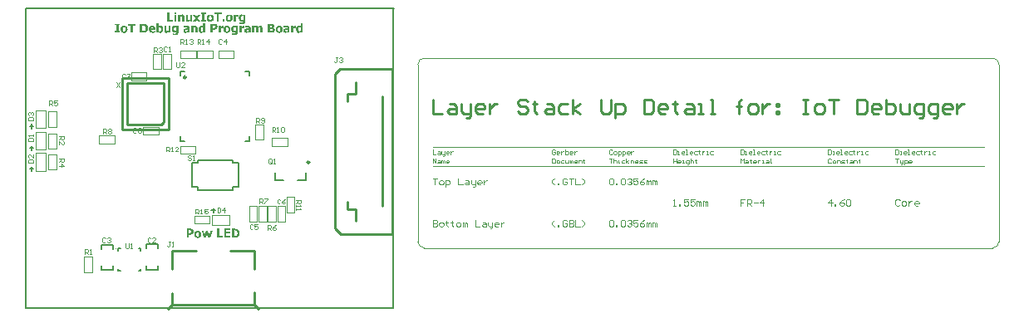
<source format=gto>
%FSLAX25Y25*%
%MOIN*%
G70*
G01*
G75*
G04 Layer_Color=65535*
%ADD10R,0.11811X0.08268*%
%ADD11R,0.05118X0.03150*%
%ADD12R,0.01969X0.01969*%
%ADD13R,0.01969X0.01969*%
%ADD14R,0.19291X0.19291*%
%ADD15O,0.01378X0.03740*%
%ADD16O,0.03740X0.01378*%
%ADD17R,0.07087X0.07480*%
%ADD18R,0.09055X0.07480*%
%ADD19R,0.01575X0.05512*%
%ADD20R,0.04134X0.05118*%
%ADD21R,0.03150X0.06693*%
%ADD22R,0.02559X0.05315*%
%ADD23R,0.02756X0.01181*%
%ADD24R,0.03504X0.06299*%
%ADD25R,0.03740X0.03740*%
%ADD26R,0.01969X0.02362*%
%ADD27R,0.02362X0.01969*%
%ADD28C,0.01000*%
%ADD29C,0.01575*%
%ADD30C,0.03543*%
%ADD31C,0.03150*%
%ADD32C,0.00787*%
%ADD33C,0.02165*%
%ADD34C,0.11811*%
%ADD35C,0.02598*%
%ADD36R,0.04724X0.05315*%
%ADD37R,0.03937X0.01378*%
%ADD38R,0.19600X0.21400*%
%ADD39C,0.00984*%
%ADD40C,0.00394*%
%ADD41C,0.00591*%
%ADD42C,0.00709*%
%ADD43C,0.00276*%
%ADD44C,0.00291*%
G36*
X60031Y113196D02*
X60084Y113190D01*
X60148Y113179D01*
X60277Y113144D01*
X60283D01*
X60306Y113132D01*
X60335Y113120D01*
X60376Y113103D01*
X60423Y113085D01*
X60476Y113056D01*
X60581Y112997D01*
X60610Y113120D01*
X61435D01*
Y110704D01*
Y110698D01*
Y110687D01*
Y110669D01*
Y110640D01*
X61429Y110611D01*
Y110575D01*
X61424Y110488D01*
X61406Y110388D01*
X61388Y110283D01*
X61359Y110178D01*
X61324Y110072D01*
X61318Y110061D01*
X61307Y110026D01*
X61277Y109979D01*
X61248Y109920D01*
X61201Y109850D01*
X61154Y109786D01*
X61090Y109716D01*
X61026Y109657D01*
X61020Y109651D01*
X60991Y109634D01*
X60950Y109604D01*
X60897Y109575D01*
X60827Y109540D01*
X60751Y109499D01*
X60663Y109470D01*
X60569Y109441D01*
X60558D01*
X60523Y109429D01*
X60470Y109417D01*
X60400Y109406D01*
X60312Y109394D01*
X60207Y109382D01*
X60096Y109376D01*
X59979Y109370D01*
X59879D01*
X59815Y109376D01*
X59733D01*
X59651Y109388D01*
X59464Y109406D01*
X59452D01*
X59423Y109411D01*
X59376Y109417D01*
X59318Y109429D01*
X59253Y109441D01*
X59183Y109452D01*
X59113Y109470D01*
X59043Y109487D01*
Y110166D01*
X59142D01*
X59154Y110160D01*
X59183Y110154D01*
X59230Y110137D01*
X59288Y110119D01*
X59294D01*
X59306Y110113D01*
X59323Y110108D01*
X59341Y110102D01*
X59399Y110084D01*
X59464Y110067D01*
X59470D01*
X59481Y110061D01*
X59505Y110055D01*
X59528Y110049D01*
X59592Y110037D01*
X59669Y110020D01*
X59686D01*
X59704Y110014D01*
X59733D01*
X59797Y110008D01*
X59873Y110002D01*
X59949D01*
X60002Y110008D01*
X60055Y110014D01*
X60119Y110020D01*
X60177Y110031D01*
X60236Y110049D01*
X60242D01*
X60259Y110061D01*
X60289Y110067D01*
X60318Y110084D01*
X60388Y110125D01*
X60423Y110149D01*
X60452Y110178D01*
X60458Y110184D01*
X60464Y110195D01*
X60476Y110213D01*
X60493Y110236D01*
X60528Y110301D01*
X60558Y110382D01*
Y110388D01*
X60564Y110400D01*
X60569Y110429D01*
X60575Y110459D01*
Y110500D01*
X60581Y110546D01*
X60587Y110605D01*
Y110663D01*
Y110716D01*
X60581Y110710D01*
X60564Y110698D01*
X60528Y110675D01*
X60493Y110646D01*
X60441Y110617D01*
X60382Y110581D01*
X60324Y110546D01*
X60254Y110517D01*
X60248Y110511D01*
X60224Y110505D01*
X60183Y110494D01*
X60136Y110482D01*
X60078Y110464D01*
X60014Y110453D01*
X59943Y110447D01*
X59867Y110441D01*
X59815D01*
X59780Y110447D01*
X59733Y110453D01*
X59686Y110459D01*
X59563Y110482D01*
X59435Y110523D01*
X59364Y110552D01*
X59300Y110587D01*
X59230Y110622D01*
X59165Y110669D01*
X59107Y110722D01*
X59048Y110780D01*
X59043Y110786D01*
X59037Y110798D01*
X59025Y110815D01*
X59002Y110845D01*
X58984Y110880D01*
X58961Y110926D01*
X58931Y110979D01*
X58908Y111044D01*
X58879Y111114D01*
X58855Y111190D01*
X58826Y111277D01*
X58809Y111371D01*
X58791Y111471D01*
X58773Y111588D01*
X58768Y111705D01*
X58762Y111833D01*
Y111839D01*
Y111845D01*
Y111863D01*
Y111886D01*
X58768Y111944D01*
X58773Y112021D01*
X58785Y112108D01*
X58797Y112208D01*
X58820Y112307D01*
X58850Y112401D01*
Y112407D01*
X58855Y112412D01*
X58867Y112442D01*
X58885Y112494D01*
X58914Y112553D01*
X58949Y112623D01*
X58990Y112693D01*
X59037Y112769D01*
X59095Y112839D01*
X59101Y112845D01*
X59124Y112869D01*
X59154Y112898D01*
X59201Y112939D01*
X59253Y112980D01*
X59312Y113027D01*
X59382Y113068D01*
X59458Y113109D01*
X59470Y113114D01*
X59493Y113126D01*
X59540Y113138D01*
X59592Y113155D01*
X59663Y113173D01*
X59739Y113190D01*
X59821Y113196D01*
X59903Y113202D01*
X59979D01*
X60031Y113196D01*
D02*
G37*
G36*
X83800D02*
X83852Y113190D01*
X83917Y113179D01*
X84045Y113144D01*
X84051D01*
X84075Y113132D01*
X84104Y113120D01*
X84145Y113103D01*
X84192Y113085D01*
X84244Y113056D01*
X84350Y112997D01*
X84379Y113120D01*
X85204D01*
Y110704D01*
Y110698D01*
Y110687D01*
Y110669D01*
Y110640D01*
X85198Y110611D01*
Y110575D01*
X85192Y110488D01*
X85175Y110388D01*
X85157Y110283D01*
X85128Y110178D01*
X85093Y110072D01*
X85087Y110061D01*
X85075Y110026D01*
X85046Y109979D01*
X85017Y109920D01*
X84970Y109850D01*
X84923Y109786D01*
X84859Y109716D01*
X84794Y109657D01*
X84789Y109651D01*
X84759Y109634D01*
X84718Y109604D01*
X84666Y109575D01*
X84595Y109540D01*
X84519Y109499D01*
X84432Y109470D01*
X84338Y109441D01*
X84326D01*
X84291Y109429D01*
X84238Y109417D01*
X84168Y109406D01*
X84081Y109394D01*
X83975Y109382D01*
X83864Y109376D01*
X83747Y109370D01*
X83648D01*
X83583Y109376D01*
X83501D01*
X83420Y109388D01*
X83232Y109406D01*
X83221D01*
X83191Y109411D01*
X83145Y109417D01*
X83086Y109429D01*
X83022Y109441D01*
X82951Y109452D01*
X82881Y109470D01*
X82811Y109487D01*
Y110166D01*
X82911D01*
X82922Y110160D01*
X82951Y110154D01*
X82998Y110137D01*
X83057Y110119D01*
X83063D01*
X83074Y110113D01*
X83092Y110108D01*
X83109Y110102D01*
X83168Y110084D01*
X83232Y110067D01*
X83238D01*
X83250Y110061D01*
X83273Y110055D01*
X83297Y110049D01*
X83361Y110037D01*
X83437Y110020D01*
X83455D01*
X83472Y110014D01*
X83501D01*
X83566Y110008D01*
X83642Y110002D01*
X83718D01*
X83771Y110008D01*
X83823Y110014D01*
X83887Y110020D01*
X83946Y110031D01*
X84004Y110049D01*
X84010D01*
X84028Y110061D01*
X84057Y110067D01*
X84087Y110084D01*
X84157Y110125D01*
X84192Y110149D01*
X84221Y110178D01*
X84227Y110184D01*
X84233Y110195D01*
X84244Y110213D01*
X84262Y110236D01*
X84297Y110301D01*
X84326Y110382D01*
Y110388D01*
X84332Y110400D01*
X84338Y110429D01*
X84344Y110459D01*
Y110500D01*
X84350Y110546D01*
X84356Y110605D01*
Y110663D01*
Y110716D01*
X84350Y110710D01*
X84332Y110698D01*
X84297Y110675D01*
X84262Y110646D01*
X84209Y110617D01*
X84151Y110581D01*
X84092Y110546D01*
X84022Y110517D01*
X84016Y110511D01*
X83993Y110505D01*
X83952Y110494D01*
X83905Y110482D01*
X83847Y110464D01*
X83782Y110453D01*
X83712Y110447D01*
X83636Y110441D01*
X83583D01*
X83548Y110447D01*
X83501Y110453D01*
X83455Y110459D01*
X83332Y110482D01*
X83203Y110523D01*
X83133Y110552D01*
X83069Y110587D01*
X82998Y110622D01*
X82934Y110669D01*
X82876Y110722D01*
X82817Y110780D01*
X82811Y110786D01*
X82805Y110798D01*
X82794Y110815D01*
X82770Y110845D01*
X82753Y110880D01*
X82729Y110926D01*
X82700Y110979D01*
X82677Y111044D01*
X82647Y111114D01*
X82624Y111190D01*
X82595Y111277D01*
X82577Y111371D01*
X82560Y111471D01*
X82542Y111588D01*
X82536Y111705D01*
X82530Y111833D01*
Y111839D01*
Y111845D01*
Y111863D01*
Y111886D01*
X82536Y111944D01*
X82542Y112021D01*
X82554Y112108D01*
X82565Y112208D01*
X82589Y112307D01*
X82618Y112401D01*
Y112407D01*
X82624Y112412D01*
X82636Y112442D01*
X82653Y112494D01*
X82682Y112553D01*
X82718Y112623D01*
X82758Y112693D01*
X82805Y112769D01*
X82864Y112839D01*
X82870Y112845D01*
X82893Y112869D01*
X82922Y112898D01*
X82969Y112939D01*
X83022Y112980D01*
X83080Y113027D01*
X83151Y113068D01*
X83227Y113109D01*
X83238Y113114D01*
X83262Y113126D01*
X83308Y113138D01*
X83361Y113155D01*
X83431Y113173D01*
X83507Y113190D01*
X83589Y113196D01*
X83671Y113202D01*
X83747D01*
X83800Y113196D01*
D02*
G37*
G36*
X39708D02*
X39761Y113190D01*
X39825Y113185D01*
X39901Y113173D01*
X39977Y113155D01*
X40141Y113109D01*
X40229Y113079D01*
X40317Y113038D01*
X40399Y112997D01*
X40481Y112945D01*
X40562Y112886D01*
X40633Y112816D01*
X40639Y112810D01*
X40650Y112799D01*
X40668Y112775D01*
X40691Y112746D01*
X40720Y112705D01*
X40750Y112658D01*
X40785Y112605D01*
X40820Y112541D01*
X40849Y112465D01*
X40884Y112389D01*
X40914Y112301D01*
X40943Y112208D01*
X40966Y112102D01*
X40984Y111997D01*
X40995Y111880D01*
X41001Y111757D01*
Y111751D01*
Y111728D01*
Y111693D01*
X40995Y111646D01*
X40990Y111588D01*
X40984Y111523D01*
X40972Y111453D01*
X40954Y111371D01*
X40914Y111201D01*
X40884Y111114D01*
X40843Y111026D01*
X40802Y110938D01*
X40756Y110856D01*
X40697Y110774D01*
X40633Y110698D01*
X40627Y110693D01*
X40615Y110681D01*
X40592Y110663D01*
X40562Y110640D01*
X40527Y110611D01*
X40481Y110575D01*
X40428Y110546D01*
X40363Y110511D01*
X40293Y110470D01*
X40217Y110441D01*
X40135Y110406D01*
X40042Y110377D01*
X39942Y110353D01*
X39831Y110336D01*
X39720Y110324D01*
X39597Y110318D01*
X39533D01*
X39486Y110324D01*
X39433Y110330D01*
X39369Y110336D01*
X39293Y110347D01*
X39217Y110365D01*
X39053Y110412D01*
X38965Y110441D01*
X38878Y110476D01*
X38796Y110523D01*
X38714Y110575D01*
X38632Y110634D01*
X38562Y110698D01*
X38556Y110704D01*
X38544Y110716D01*
X38527Y110739D01*
X38503Y110769D01*
X38480Y110810D01*
X38445Y110856D01*
X38416Y110915D01*
X38380Y110973D01*
X38345Y111049D01*
X38316Y111125D01*
X38281Y111213D01*
X38258Y111307D01*
X38234Y111412D01*
X38217Y111517D01*
X38205Y111634D01*
X38199Y111757D01*
Y111763D01*
Y111786D01*
Y111822D01*
X38205Y111868D01*
X38211Y111927D01*
X38217Y111991D01*
X38228Y112067D01*
X38246Y112143D01*
X38287Y112313D01*
X38316Y112401D01*
X38351Y112488D01*
X38392Y112576D01*
X38445Y112664D01*
X38497Y112740D01*
X38562Y112816D01*
X38568Y112822D01*
X38579Y112834D01*
X38603Y112851D01*
X38632Y112874D01*
X38667Y112904D01*
X38714Y112939D01*
X38767Y112974D01*
X38831Y113009D01*
X38901Y113044D01*
X38977Y113079D01*
X39059Y113114D01*
X39153Y113144D01*
X39252Y113167D01*
X39363Y113185D01*
X39474Y113196D01*
X39597Y113202D01*
X39661D01*
X39708Y113196D01*
D02*
G37*
G36*
X60562Y118006D02*
X59667D01*
Y118667D01*
X60562D01*
Y118006D01*
D02*
G37*
G36*
X69220Y116281D02*
X70226Y114900D01*
X69232D01*
X68711Y115678D01*
X68173Y114900D01*
X67202D01*
X68208Y116257D01*
X67219Y117620D01*
X68208D01*
X68723Y116854D01*
X69238Y117620D01*
X70215D01*
X69220Y116281D01*
D02*
G37*
G36*
X85372Y117626D02*
X85436D01*
X85471Y117620D01*
Y116819D01*
X85395D01*
X85390Y116825D01*
X85360Y116831D01*
X85319Y116836D01*
X85255Y116842D01*
X85237D01*
X85220Y116848D01*
X85197D01*
X85132Y116854D01*
X85003D01*
X84968Y116848D01*
X84927Y116842D01*
X84881Y116836D01*
X84769Y116813D01*
X84763D01*
X84746Y116807D01*
X84717Y116795D01*
X84682Y116784D01*
X84635Y116772D01*
X84588Y116754D01*
X84489Y116719D01*
Y114900D01*
X83640D01*
Y117620D01*
X84489D01*
Y117228D01*
X84500Y117240D01*
X84530Y117263D01*
X84576Y117310D01*
X84647Y117363D01*
X84652Y117369D01*
X84664Y117375D01*
X84682Y117392D01*
X84711Y117410D01*
X84769Y117451D01*
X84834Y117492D01*
X84840D01*
X84851Y117503D01*
X84869Y117515D01*
X84898Y117527D01*
X84962Y117556D01*
X85050Y117591D01*
X85056D01*
X85074Y117597D01*
X85097Y117603D01*
X85126Y117614D01*
X85202Y117626D01*
X85284Y117632D01*
X85337D01*
X85372Y117626D01*
D02*
G37*
G36*
X62943Y117696D02*
X62978D01*
X63019Y117691D01*
X63107Y117667D01*
X63212Y117638D01*
X63317Y117591D01*
X63417Y117521D01*
X63470Y117480D01*
X63511Y117433D01*
X63522Y117421D01*
X63534Y117404D01*
X63546Y117386D01*
X63563Y117357D01*
X63581Y117322D01*
X63598Y117287D01*
X63622Y117240D01*
X63663Y117135D01*
X63698Y117000D01*
X63721Y116848D01*
X63733Y116673D01*
Y114900D01*
X62885D01*
Y116251D01*
Y116257D01*
Y116281D01*
Y116310D01*
Y116357D01*
X62879Y116403D01*
Y116456D01*
X62867Y116579D01*
Y116585D01*
Y116608D01*
X62861Y116637D01*
X62855Y116673D01*
X62844Y116749D01*
X62832Y116790D01*
X62820Y116819D01*
Y116825D01*
X62814Y116836D01*
X62785Y116872D01*
X62744Y116912D01*
X62691Y116953D01*
X62686D01*
X62674Y116959D01*
X62656Y116965D01*
X62633Y116977D01*
X62604Y116983D01*
X62563Y116988D01*
X62522Y116994D01*
X62428D01*
X62405Y116988D01*
X62335Y116977D01*
X62253Y116953D01*
X62247D01*
X62235Y116947D01*
X62212Y116936D01*
X62188Y116924D01*
X62112Y116883D01*
X62030Y116831D01*
Y114900D01*
X61182D01*
Y117620D01*
X62030D01*
Y117322D01*
X62042Y117328D01*
X62066Y117351D01*
X62107Y117380D01*
X62159Y117421D01*
X62218Y117468D01*
X62288Y117515D01*
X62358Y117556D01*
X62434Y117597D01*
X62446Y117603D01*
X62469Y117614D01*
X62510Y117632D01*
X62563Y117649D01*
X62627Y117667D01*
X62703Y117685D01*
X62785Y117696D01*
X62873Y117702D01*
X62914D01*
X62943Y117696D01*
D02*
G37*
G36*
X37848Y113378D02*
X37327D01*
Y111032D01*
X37848D01*
Y110400D01*
X35900D01*
Y111032D01*
X36421D01*
Y113378D01*
X35900D01*
Y114009D01*
X37848D01*
Y113378D01*
D02*
G37*
G36*
X44166Y113331D02*
X43101D01*
Y110400D01*
X42195D01*
Y113331D01*
X41130D01*
Y114009D01*
X44166D01*
Y113331D01*
D02*
G37*
G36*
X47337Y114004D02*
X47448Y113998D01*
X47565Y113986D01*
X47688Y113974D01*
X47816Y113957D01*
X47834D01*
X47851Y113951D01*
X47875Y113945D01*
X47939Y113933D01*
X48021Y113910D01*
X48115Y113881D01*
X48220Y113840D01*
X48325Y113787D01*
X48436Y113723D01*
X48442D01*
X48454Y113711D01*
X48472Y113699D01*
X48495Y113682D01*
X48559Y113629D01*
X48641Y113559D01*
X48729Y113471D01*
X48823Y113366D01*
X48916Y113243D01*
X48998Y113109D01*
Y113103D01*
X49010Y113091D01*
X49016Y113068D01*
X49033Y113038D01*
X49045Y113003D01*
X49062Y112956D01*
X49086Y112910D01*
X49103Y112851D01*
X49121Y112787D01*
X49144Y112717D01*
X49174Y112559D01*
X49197Y112389D01*
X49209Y112196D01*
Y112190D01*
Y112173D01*
Y112149D01*
X49203Y112114D01*
Y112067D01*
X49197Y112015D01*
X49191Y111956D01*
X49180Y111898D01*
X49156Y111757D01*
X49115Y111605D01*
X49062Y111447D01*
X48987Y111295D01*
Y111289D01*
X48975Y111277D01*
X48963Y111260D01*
X48946Y111231D01*
X48922Y111196D01*
X48899Y111161D01*
X48834Y111067D01*
X48752Y110973D01*
X48659Y110868D01*
X48548Y110769D01*
X48431Y110681D01*
X48425D01*
X48419Y110675D01*
X48401Y110663D01*
X48384Y110652D01*
X48325Y110622D01*
X48249Y110581D01*
X48156Y110546D01*
X48050Y110505D01*
X47939Y110470D01*
X47816Y110447D01*
X47805D01*
X47781Y110441D01*
X47758D01*
X47729Y110435D01*
X47694D01*
X47606Y110423D01*
X47501Y110418D01*
X47384Y110406D01*
X47255Y110400D01*
X45991D01*
Y114009D01*
X47243D01*
X47337Y114004D01*
D02*
G37*
G36*
X53491Y112839D02*
X53497Y112845D01*
X53520Y112869D01*
X53561Y112898D01*
X53608Y112933D01*
X53661Y112974D01*
X53725Y113021D01*
X53795Y113062D01*
X53865Y113103D01*
X53877Y113109D01*
X53900Y113120D01*
X53941Y113132D01*
X54000Y113155D01*
X54064Y113173D01*
X54140Y113185D01*
X54228Y113196D01*
X54322Y113202D01*
X54368D01*
X54398Y113196D01*
X54439Y113190D01*
X54485Y113185D01*
X54591Y113155D01*
X54708Y113109D01*
X54772Y113079D01*
X54831Y113044D01*
X54889Y113003D01*
X54948Y112951D01*
X55000Y112892D01*
X55053Y112828D01*
X55059Y112822D01*
X55065Y112810D01*
X55076Y112787D01*
X55094Y112758D01*
X55111Y112723D01*
X55135Y112676D01*
X55158Y112623D01*
X55187Y112559D01*
X55211Y112494D01*
X55234Y112412D01*
X55258Y112330D01*
X55275Y112237D01*
X55293Y112137D01*
X55304Y112032D01*
X55316Y111921D01*
Y111798D01*
Y111792D01*
Y111769D01*
Y111734D01*
X55310Y111693D01*
X55304Y111634D01*
X55299Y111570D01*
X55287Y111500D01*
X55275Y111424D01*
X55234Y111254D01*
X55211Y111166D01*
X55176Y111079D01*
X55135Y110991D01*
X55094Y110909D01*
X55041Y110821D01*
X54983Y110745D01*
X54977Y110739D01*
X54965Y110728D01*
X54948Y110710D01*
X54924Y110681D01*
X54889Y110652D01*
X54854Y110622D01*
X54807Y110581D01*
X54760Y110546D01*
X54637Y110476D01*
X54497Y110412D01*
X54421Y110382D01*
X54339Y110365D01*
X54251Y110353D01*
X54164Y110347D01*
X54093D01*
X54041Y110353D01*
X53988Y110359D01*
X53930Y110365D01*
X53807Y110394D01*
X53801D01*
X53784Y110400D01*
X53754Y110412D01*
X53713Y110429D01*
X53666Y110447D01*
X53614Y110470D01*
X53491Y110535D01*
X53450Y110400D01*
X52643D01*
Y114167D01*
X53491D01*
Y112839D01*
D02*
G37*
G36*
X80980Y113196D02*
X81033Y113190D01*
X81097Y113185D01*
X81173Y113173D01*
X81249Y113155D01*
X81413Y113109D01*
X81501Y113079D01*
X81589Y113038D01*
X81670Y112997D01*
X81752Y112945D01*
X81834Y112886D01*
X81904Y112816D01*
X81910Y112810D01*
X81922Y112799D01*
X81940Y112775D01*
X81963Y112746D01*
X81992Y112705D01*
X82021Y112658D01*
X82056Y112605D01*
X82092Y112541D01*
X82121Y112465D01*
X82156Y112389D01*
X82185Y112301D01*
X82214Y112208D01*
X82238Y112102D01*
X82255Y111997D01*
X82267Y111880D01*
X82273Y111757D01*
Y111751D01*
Y111728D01*
Y111693D01*
X82267Y111646D01*
X82261Y111588D01*
X82255Y111523D01*
X82244Y111453D01*
X82226Y111371D01*
X82185Y111201D01*
X82156Y111114D01*
X82115Y111026D01*
X82074Y110938D01*
X82027Y110856D01*
X81969Y110774D01*
X81904Y110698D01*
X81899Y110693D01*
X81887Y110681D01*
X81863Y110663D01*
X81834Y110640D01*
X81799Y110611D01*
X81752Y110575D01*
X81700Y110546D01*
X81635Y110511D01*
X81565Y110470D01*
X81489Y110441D01*
X81407Y110406D01*
X81314Y110377D01*
X81214Y110353D01*
X81103Y110336D01*
X80992Y110324D01*
X80869Y110318D01*
X80805D01*
X80758Y110324D01*
X80705Y110330D01*
X80641Y110336D01*
X80565Y110347D01*
X80489Y110365D01*
X80325Y110412D01*
X80237Y110441D01*
X80149Y110476D01*
X80067Y110523D01*
X79986Y110575D01*
X79904Y110634D01*
X79834Y110698D01*
X79828Y110704D01*
X79816Y110716D01*
X79798Y110739D01*
X79775Y110769D01*
X79752Y110810D01*
X79716Y110856D01*
X79687Y110915D01*
X79652Y110973D01*
X79617Y111049D01*
X79588Y111125D01*
X79553Y111213D01*
X79529Y111307D01*
X79506Y111412D01*
X79488Y111517D01*
X79477Y111634D01*
X79471Y111757D01*
Y111763D01*
Y111786D01*
Y111822D01*
X79477Y111868D01*
X79483Y111927D01*
X79488Y111991D01*
X79500Y112067D01*
X79518Y112143D01*
X79559Y112313D01*
X79588Y112401D01*
X79623Y112488D01*
X79664Y112576D01*
X79716Y112664D01*
X79769Y112740D01*
X79834Y112816D01*
X79839Y112822D01*
X79851Y112834D01*
X79874Y112851D01*
X79904Y112874D01*
X79939Y112904D01*
X79986Y112939D01*
X80038Y112974D01*
X80103Y113009D01*
X80173Y113044D01*
X80249Y113079D01*
X80331Y113114D01*
X80424Y113144D01*
X80524Y113167D01*
X80635Y113185D01*
X80746Y113196D01*
X80869Y113202D01*
X80933D01*
X80980Y113196D01*
D02*
G37*
G36*
X101876D02*
X101929Y113190D01*
X101993Y113185D01*
X102069Y113173D01*
X102145Y113155D01*
X102309Y113109D01*
X102397Y113079D01*
X102485Y113038D01*
X102567Y112997D01*
X102648Y112945D01*
X102730Y112886D01*
X102801Y112816D01*
X102806Y112810D01*
X102818Y112799D01*
X102836Y112775D01*
X102859Y112746D01*
X102888Y112705D01*
X102918Y112658D01*
X102953Y112605D01*
X102988Y112541D01*
X103017Y112465D01*
X103052Y112389D01*
X103081Y112301D01*
X103111Y112208D01*
X103134Y112102D01*
X103152Y111997D01*
X103163Y111880D01*
X103169Y111757D01*
Y111751D01*
Y111728D01*
Y111693D01*
X103163Y111646D01*
X103157Y111588D01*
X103152Y111523D01*
X103140Y111453D01*
X103122Y111371D01*
X103081Y111201D01*
X103052Y111114D01*
X103011Y111026D01*
X102970Y110938D01*
X102924Y110856D01*
X102865Y110774D01*
X102801Y110698D01*
X102795Y110693D01*
X102783Y110681D01*
X102760Y110663D01*
X102730Y110640D01*
X102695Y110611D01*
X102648Y110575D01*
X102596Y110546D01*
X102532Y110511D01*
X102461Y110470D01*
X102385Y110441D01*
X102303Y110406D01*
X102210Y110377D01*
X102110Y110353D01*
X101999Y110336D01*
X101888Y110324D01*
X101765Y110318D01*
X101701D01*
X101654Y110324D01*
X101601Y110330D01*
X101537Y110336D01*
X101461Y110347D01*
X101385Y110365D01*
X101221Y110412D01*
X101133Y110441D01*
X101046Y110476D01*
X100964Y110523D01*
X100882Y110575D01*
X100800Y110634D01*
X100730Y110698D01*
X100724Y110704D01*
X100712Y110716D01*
X100695Y110739D01*
X100671Y110769D01*
X100648Y110810D01*
X100613Y110856D01*
X100584Y110915D01*
X100548Y110973D01*
X100513Y111049D01*
X100484Y111125D01*
X100449Y111213D01*
X100426Y111307D01*
X100402Y111412D01*
X100385Y111517D01*
X100373Y111634D01*
X100367Y111757D01*
Y111763D01*
Y111786D01*
Y111822D01*
X100373Y111868D01*
X100379Y111927D01*
X100385Y111991D01*
X100396Y112067D01*
X100414Y112143D01*
X100455Y112313D01*
X100484Y112401D01*
X100519Y112488D01*
X100560Y112576D01*
X100613Y112664D01*
X100665Y112740D01*
X100730Y112816D01*
X100736Y112822D01*
X100747Y112834D01*
X100771Y112851D01*
X100800Y112874D01*
X100835Y112904D01*
X100882Y112939D01*
X100935Y112974D01*
X100999Y113009D01*
X101069Y113044D01*
X101145Y113079D01*
X101227Y113114D01*
X101321Y113144D01*
X101420Y113167D01*
X101531Y113185D01*
X101642Y113196D01*
X101765Y113202D01*
X101830D01*
X101876Y113196D01*
D02*
G37*
G36*
X51057D02*
X51104Y113190D01*
X51169Y113185D01*
X51233Y113173D01*
X51303Y113161D01*
X51455Y113120D01*
X51537Y113091D01*
X51613Y113062D01*
X51689Y113021D01*
X51765Y112974D01*
X51829Y112921D01*
X51894Y112863D01*
X51900Y112857D01*
X51906Y112845D01*
X51923Y112828D01*
X51941Y112799D01*
X51970Y112769D01*
X51993Y112723D01*
X52023Y112676D01*
X52052Y112617D01*
X52081Y112553D01*
X52110Y112483D01*
X52140Y112401D01*
X52163Y112319D01*
X52181Y112225D01*
X52198Y112126D01*
X52204Y112021D01*
X52210Y111903D01*
Y111599D01*
X50349D01*
Y111593D01*
X50355Y111570D01*
Y111529D01*
X50361Y111488D01*
X50373Y111435D01*
X50385Y111383D01*
X50402Y111330D01*
X50425Y111277D01*
X50431Y111272D01*
X50437Y111254D01*
X50455Y111231D01*
X50472Y111207D01*
X50531Y111137D01*
X50607Y111079D01*
X50613Y111073D01*
X50625Y111067D01*
X50648Y111055D01*
X50683Y111038D01*
X50718Y111020D01*
X50759Y111003D01*
X50858Y110968D01*
X50864D01*
X50882Y110962D01*
X50917Y110956D01*
X50952D01*
X50999Y110950D01*
X51057Y110944D01*
X51180Y110938D01*
X51233D01*
X51274Y110944D01*
X51315D01*
X51362Y110950D01*
X51467Y110968D01*
X51473D01*
X51490Y110973D01*
X51520Y110979D01*
X51555Y110991D01*
X51642Y111020D01*
X51730Y111055D01*
X51736D01*
X51748Y111061D01*
X51771Y111073D01*
X51794Y111084D01*
X51859Y111120D01*
X51923Y111155D01*
X51929D01*
X51941Y111166D01*
X51976Y111190D01*
X52023Y111219D01*
X52069Y111254D01*
X52163D01*
Y110552D01*
X52157D01*
X52145Y110546D01*
X52128Y110540D01*
X52099Y110529D01*
X52040Y110505D01*
X51970Y110476D01*
X51964D01*
X51952Y110470D01*
X51935Y110464D01*
X51906Y110453D01*
X51876Y110441D01*
X51835Y110429D01*
X51789Y110418D01*
X51736Y110406D01*
X51730D01*
X51713Y110400D01*
X51683Y110394D01*
X51648Y110388D01*
X51607Y110382D01*
X51555Y110371D01*
X51449Y110353D01*
X51443D01*
X51426Y110347D01*
X51391D01*
X51350Y110342D01*
X51297Y110336D01*
X51239D01*
X51169Y110330D01*
X51016D01*
X50964Y110336D01*
X50899Y110342D01*
X50829Y110347D01*
X50741Y110359D01*
X50654Y110377D01*
X50467Y110418D01*
X50367Y110447D01*
X50268Y110482D01*
X50174Y110523D01*
X50080Y110575D01*
X49993Y110628D01*
X49911Y110693D01*
X49905Y110698D01*
X49893Y110710D01*
X49876Y110733D01*
X49846Y110763D01*
X49817Y110798D01*
X49782Y110845D01*
X49747Y110897D01*
X49706Y110962D01*
X49671Y111032D01*
X49630Y111108D01*
X49595Y111196D01*
X49566Y111289D01*
X49536Y111389D01*
X49519Y111500D01*
X49507Y111617D01*
X49501Y111740D01*
Y111746D01*
Y111769D01*
Y111804D01*
X49507Y111851D01*
X49513Y111909D01*
X49519Y111974D01*
X49531Y112044D01*
X49548Y112126D01*
X49595Y112295D01*
X49624Y112383D01*
X49659Y112471D01*
X49706Y112559D01*
X49759Y112646D01*
X49817Y112728D01*
X49882Y112804D01*
X49887Y112810D01*
X49899Y112822D01*
X49922Y112839D01*
X49952Y112869D01*
X49993Y112898D01*
X50039Y112933D01*
X50092Y112968D01*
X50156Y113003D01*
X50232Y113038D01*
X50309Y113079D01*
X50396Y113109D01*
X50496Y113138D01*
X50595Y113167D01*
X50706Y113185D01*
X50829Y113196D01*
X50952Y113202D01*
X51011D01*
X51057Y113196D01*
D02*
G37*
G36*
X66892Y114900D02*
X66044D01*
Y115198D01*
X66032Y115192D01*
X66009Y115169D01*
X65962Y115134D01*
X65909Y115093D01*
X65845Y115046D01*
X65775Y114999D01*
X65704Y114959D01*
X65634Y114918D01*
X65628Y114912D01*
X65605Y114906D01*
X65564Y114888D01*
X65511Y114871D01*
X65447Y114853D01*
X65371Y114841D01*
X65289Y114830D01*
X65195Y114824D01*
X65154D01*
X65131Y114830D01*
X65096D01*
X65055Y114836D01*
X64967Y114853D01*
X64862Y114888D01*
X64757Y114929D01*
X64657Y114994D01*
X64610Y115029D01*
X64564Y115076D01*
Y115081D01*
X64552Y115087D01*
X64546Y115105D01*
X64528Y115122D01*
X64511Y115152D01*
X64493Y115187D01*
X64476Y115222D01*
X64452Y115269D01*
X64429Y115321D01*
X64411Y115380D01*
X64394Y115438D01*
X64376Y115508D01*
X64365Y115584D01*
X64353Y115666D01*
X64341Y115754D01*
Y115848D01*
Y117620D01*
X65189D01*
Y116269D01*
Y116257D01*
Y116234D01*
Y116193D01*
Y116146D01*
Y116093D01*
Y116035D01*
X65195Y115976D01*
Y115924D01*
Y115918D01*
Y115900D01*
X65201Y115877D01*
X65207Y115848D01*
X65224Y115778D01*
X65248Y115701D01*
Y115696D01*
X65254Y115690D01*
X65277Y115655D01*
X65318Y115608D01*
X65371Y115573D01*
X65377D01*
X65388Y115567D01*
X65406Y115561D01*
X65429Y115555D01*
X65464Y115543D01*
X65500Y115538D01*
X65546Y115532D01*
X65634D01*
X65657Y115538D01*
X65728Y115549D01*
X65810Y115573D01*
X65815D01*
X65833Y115579D01*
X65856Y115590D01*
X65886Y115602D01*
X65962Y115637D01*
X66044Y115690D01*
Y117620D01*
X66892D01*
Y114900D01*
D02*
G37*
G36*
X84116Y31704D02*
X84227Y31698D01*
X84344Y31686D01*
X84467Y31674D01*
X84596Y31657D01*
X84613D01*
X84631Y31651D01*
X84654Y31645D01*
X84719Y31633D01*
X84801Y31610D01*
X84894Y31581D01*
X85000Y31540D01*
X85105Y31487D01*
X85216Y31423D01*
X85222D01*
X85233Y31411D01*
X85251Y31399D01*
X85274Y31382D01*
X85339Y31329D01*
X85421Y31259D01*
X85509Y31171D01*
X85602Y31066D01*
X85696Y30943D01*
X85777Y30809D01*
Y30803D01*
X85789Y30791D01*
X85795Y30768D01*
X85813Y30738D01*
X85824Y30703D01*
X85842Y30656D01*
X85865Y30610D01*
X85883Y30551D01*
X85900Y30487D01*
X85924Y30417D01*
X85953Y30259D01*
X85976Y30089D01*
X85988Y29896D01*
Y29890D01*
Y29873D01*
Y29849D01*
X85982Y29814D01*
Y29767D01*
X85976Y29715D01*
X85971Y29656D01*
X85959Y29598D01*
X85935Y29457D01*
X85895Y29305D01*
X85842Y29147D01*
X85766Y28995D01*
Y28989D01*
X85754Y28978D01*
X85742Y28960D01*
X85725Y28931D01*
X85702Y28896D01*
X85678Y28861D01*
X85614Y28767D01*
X85532Y28673D01*
X85438Y28568D01*
X85327Y28468D01*
X85210Y28381D01*
X85204D01*
X85198Y28375D01*
X85181Y28363D01*
X85163Y28352D01*
X85105Y28322D01*
X85029Y28281D01*
X84935Y28246D01*
X84830Y28205D01*
X84719Y28170D01*
X84596Y28147D01*
X84584D01*
X84561Y28141D01*
X84537D01*
X84508Y28135D01*
X84473D01*
X84385Y28123D01*
X84280Y28117D01*
X84163Y28106D01*
X84034Y28100D01*
X82771D01*
Y31709D01*
X84023D01*
X84116Y31704D01*
D02*
G37*
G36*
X74224Y28100D02*
X73323D01*
X72843Y29855D01*
X72364Y28100D01*
X71463D01*
X70679Y30820D01*
X71568D01*
X71983Y29019D01*
X72498Y30820D01*
X73247D01*
X73732Y29019D01*
X74148Y30820D01*
X75019D01*
X74224Y28100D01*
D02*
G37*
G36*
X86870Y117696D02*
X86922Y117691D01*
X86987Y117679D01*
X87115Y117644D01*
X87121D01*
X87145Y117632D01*
X87174Y117620D01*
X87215Y117603D01*
X87261Y117585D01*
X87314Y117556D01*
X87419Y117497D01*
X87449Y117620D01*
X88274D01*
Y115204D01*
Y115198D01*
Y115187D01*
Y115169D01*
Y115140D01*
X88268Y115111D01*
Y115076D01*
X88262Y114988D01*
X88244Y114888D01*
X88227Y114783D01*
X88197Y114678D01*
X88162Y114572D01*
X88157Y114561D01*
X88145Y114526D01*
X88116Y114479D01*
X88086Y114420D01*
X88039Y114350D01*
X87993Y114286D01*
X87928Y114216D01*
X87864Y114157D01*
X87858Y114151D01*
X87829Y114134D01*
X87788Y114104D01*
X87735Y114075D01*
X87665Y114040D01*
X87589Y113999D01*
X87501Y113970D01*
X87408Y113941D01*
X87396D01*
X87361Y113929D01*
X87308Y113917D01*
X87238Y113906D01*
X87150Y113894D01*
X87045Y113882D01*
X86934Y113876D01*
X86817Y113870D01*
X86717D01*
X86653Y113876D01*
X86571D01*
X86489Y113888D01*
X86302Y113906D01*
X86290D01*
X86261Y113911D01*
X86214Y113917D01*
X86156Y113929D01*
X86092Y113941D01*
X86021Y113952D01*
X85951Y113970D01*
X85881Y113987D01*
Y114666D01*
X85980D01*
X85992Y114660D01*
X86021Y114654D01*
X86068Y114637D01*
X86127Y114619D01*
X86132D01*
X86144Y114613D01*
X86162Y114608D01*
X86179Y114602D01*
X86238Y114584D01*
X86302Y114567D01*
X86308D01*
X86320Y114561D01*
X86343Y114555D01*
X86366Y114549D01*
X86431Y114537D01*
X86507Y114520D01*
X86524D01*
X86542Y114514D01*
X86571D01*
X86636Y114508D01*
X86712Y114502D01*
X86788D01*
X86840Y114508D01*
X86893Y114514D01*
X86957Y114520D01*
X87016Y114531D01*
X87074Y114549D01*
X87080D01*
X87098Y114561D01*
X87127Y114567D01*
X87156Y114584D01*
X87226Y114625D01*
X87261Y114648D01*
X87291Y114678D01*
X87297Y114683D01*
X87302Y114695D01*
X87314Y114713D01*
X87332Y114736D01*
X87367Y114801D01*
X87396Y114882D01*
Y114888D01*
X87402Y114900D01*
X87408Y114929D01*
X87414Y114959D01*
Y114999D01*
X87419Y115046D01*
X87425Y115105D01*
Y115163D01*
Y115216D01*
X87419Y115210D01*
X87402Y115198D01*
X87367Y115175D01*
X87332Y115146D01*
X87279Y115117D01*
X87221Y115081D01*
X87162Y115046D01*
X87092Y115017D01*
X87086Y115011D01*
X87063Y115005D01*
X87022Y114994D01*
X86975Y114982D01*
X86916Y114964D01*
X86852Y114953D01*
X86782Y114947D01*
X86706Y114941D01*
X86653D01*
X86618Y114947D01*
X86571Y114953D01*
X86524Y114959D01*
X86401Y114982D01*
X86273Y115023D01*
X86203Y115052D01*
X86138Y115087D01*
X86068Y115122D01*
X86004Y115169D01*
X85945Y115222D01*
X85887Y115280D01*
X85881Y115286D01*
X85875Y115298D01*
X85863Y115315D01*
X85840Y115345D01*
X85822Y115380D01*
X85799Y115427D01*
X85770Y115479D01*
X85746Y115543D01*
X85717Y115614D01*
X85694Y115690D01*
X85664Y115778D01*
X85647Y115871D01*
X85629Y115971D01*
X85612Y116088D01*
X85606Y116205D01*
X85600Y116333D01*
Y116339D01*
Y116345D01*
Y116363D01*
Y116386D01*
X85606Y116444D01*
X85612Y116521D01*
X85624Y116608D01*
X85635Y116708D01*
X85659Y116807D01*
X85688Y116901D01*
Y116906D01*
X85694Y116912D01*
X85705Y116942D01*
X85723Y116994D01*
X85752Y117053D01*
X85787Y117123D01*
X85828Y117193D01*
X85875Y117269D01*
X85934Y117340D01*
X85939Y117345D01*
X85963Y117369D01*
X85992Y117398D01*
X86039Y117439D01*
X86092Y117480D01*
X86150Y117527D01*
X86220Y117568D01*
X86296Y117608D01*
X86308Y117614D01*
X86331Y117626D01*
X86378Y117638D01*
X86431Y117655D01*
X86501Y117673D01*
X86577Y117691D01*
X86659Y117696D01*
X86741Y117702D01*
X86817D01*
X86870Y117696D01*
D02*
G37*
G36*
X82156Y31031D02*
X80624D01*
Y30387D01*
X82034D01*
Y29709D01*
X80624D01*
Y28779D01*
X82156D01*
Y28100D01*
X79717D01*
Y31709D01*
X82156D01*
Y31031D01*
D02*
G37*
G36*
X69222Y30896D02*
X69275Y30890D01*
X69339Y30885D01*
X69415Y30873D01*
X69491Y30855D01*
X69655Y30809D01*
X69743Y30779D01*
X69830Y30738D01*
X69912Y30697D01*
X69994Y30645D01*
X70076Y30586D01*
X70146Y30516D01*
X70152Y30510D01*
X70164Y30498D01*
X70181Y30475D01*
X70205Y30446D01*
X70234Y30405D01*
X70263Y30358D01*
X70298Y30305D01*
X70334Y30241D01*
X70363Y30165D01*
X70398Y30089D01*
X70427Y30001D01*
X70456Y29908D01*
X70480Y29802D01*
X70497Y29697D01*
X70509Y29580D01*
X70515Y29457D01*
Y29451D01*
Y29428D01*
Y29393D01*
X70509Y29346D01*
X70503Y29287D01*
X70497Y29223D01*
X70486Y29153D01*
X70468Y29071D01*
X70427Y28901D01*
X70398Y28814D01*
X70357Y28726D01*
X70316Y28638D01*
X70269Y28556D01*
X70211Y28474D01*
X70146Y28398D01*
X70140Y28392D01*
X70129Y28381D01*
X70105Y28363D01*
X70076Y28340D01*
X70041Y28311D01*
X69994Y28275D01*
X69942Y28246D01*
X69877Y28211D01*
X69807Y28170D01*
X69731Y28141D01*
X69649Y28106D01*
X69555Y28077D01*
X69456Y28053D01*
X69345Y28036D01*
X69234Y28024D01*
X69111Y28018D01*
X69047D01*
X69000Y28024D01*
X68947Y28030D01*
X68883Y28036D01*
X68807Y28047D01*
X68731Y28065D01*
X68567Y28112D01*
X68479Y28141D01*
X68391Y28176D01*
X68309Y28223D01*
X68227Y28275D01*
X68146Y28334D01*
X68076Y28398D01*
X68070Y28404D01*
X68058Y28416D01*
X68040Y28439D01*
X68017Y28468D01*
X67994Y28510D01*
X67958Y28556D01*
X67929Y28615D01*
X67894Y28673D01*
X67859Y28749D01*
X67830Y28825D01*
X67795Y28913D01*
X67771Y29007D01*
X67748Y29112D01*
X67730Y29217D01*
X67719Y29334D01*
X67713Y29457D01*
Y29463D01*
Y29487D01*
Y29522D01*
X67719Y29568D01*
X67725Y29627D01*
X67730Y29691D01*
X67742Y29767D01*
X67760Y29843D01*
X67800Y30013D01*
X67830Y30101D01*
X67865Y30189D01*
X67906Y30276D01*
X67958Y30364D01*
X68011Y30440D01*
X68076Y30516D01*
X68081Y30522D01*
X68093Y30534D01*
X68116Y30551D01*
X68146Y30575D01*
X68181Y30604D01*
X68227Y30639D01*
X68280Y30674D01*
X68345Y30709D01*
X68415Y30744D01*
X68491Y30779D01*
X68573Y30814D01*
X68666Y30844D01*
X68766Y30867D01*
X68877Y30885D01*
X68988Y30896D01*
X69111Y30902D01*
X69175D01*
X69222Y30896D01*
D02*
G37*
G36*
X66280Y31704D02*
X66367Y31698D01*
X66455Y31686D01*
X66543Y31668D01*
X66631Y31651D01*
X66642D01*
X66672Y31639D01*
X66712Y31628D01*
X66771Y31604D01*
X66835Y31581D01*
X66900Y31552D01*
X66976Y31511D01*
X67046Y31470D01*
X67058Y31464D01*
X67081Y31446D01*
X67116Y31417D01*
X67157Y31376D01*
X67210Y31323D01*
X67262Y31259D01*
X67309Y31189D01*
X67356Y31107D01*
X67362Y31095D01*
X67374Y31066D01*
X67391Y31019D01*
X67414Y30955D01*
X67438Y30873D01*
X67455Y30785D01*
X67467Y30680D01*
X67473Y30569D01*
Y30557D01*
Y30528D01*
X67467Y30475D01*
X67461Y30417D01*
X67455Y30341D01*
X67438Y30259D01*
X67420Y30177D01*
X67391Y30089D01*
X67385Y30077D01*
X67374Y30054D01*
X67356Y30007D01*
X67333Y29954D01*
X67297Y29896D01*
X67262Y29832D01*
X67216Y29767D01*
X67163Y29709D01*
X67157Y29703D01*
X67145Y29691D01*
X67128Y29674D01*
X67104Y29650D01*
X67040Y29598D01*
X66958Y29533D01*
X66952Y29527D01*
X66940Y29522D01*
X66917Y29504D01*
X66888Y29487D01*
X66853Y29463D01*
X66812Y29440D01*
X66718Y29399D01*
X66712D01*
X66695Y29387D01*
X66666Y29381D01*
X66631Y29364D01*
X66589Y29352D01*
X66537Y29334D01*
X66426Y29311D01*
X66420D01*
X66396Y29305D01*
X66367Y29299D01*
X66326D01*
X66274Y29293D01*
X66215Y29287D01*
X66145Y29282D01*
X65607D01*
Y28100D01*
X64700D01*
Y31709D01*
X66209D01*
X66280Y31704D01*
D02*
G37*
G36*
X77786Y28779D02*
X79284D01*
Y28100D01*
X76880D01*
Y31709D01*
X77786D01*
Y28779D01*
D02*
G37*
G36*
X72391Y117878D02*
X71870D01*
Y115532D01*
X72391D01*
Y114900D01*
X70443D01*
Y115532D01*
X70963D01*
Y117878D01*
X70443D01*
Y118509D01*
X72391D01*
Y117878D01*
D02*
G37*
G36*
X78709Y117831D02*
X77644D01*
Y114900D01*
X76737D01*
Y117831D01*
X75673D01*
Y118509D01*
X78709D01*
Y117831D01*
D02*
G37*
G36*
X79914Y114900D02*
X79054D01*
Y115854D01*
X79914D01*
Y114900D01*
D02*
G37*
G36*
X60539D02*
X59690D01*
Y117620D01*
X60539D01*
Y114900D01*
D02*
G37*
G36*
X74251Y117696D02*
X74304Y117691D01*
X74368Y117685D01*
X74444Y117673D01*
X74520Y117655D01*
X74684Y117608D01*
X74772Y117579D01*
X74859Y117538D01*
X74941Y117497D01*
X75023Y117445D01*
X75105Y117386D01*
X75175Y117316D01*
X75181Y117310D01*
X75193Y117298D01*
X75210Y117275D01*
X75234Y117246D01*
X75263Y117205D01*
X75292Y117158D01*
X75327Y117105D01*
X75363Y117041D01*
X75392Y116965D01*
X75427Y116889D01*
X75456Y116801D01*
X75485Y116708D01*
X75509Y116602D01*
X75526Y116497D01*
X75538Y116380D01*
X75544Y116257D01*
Y116251D01*
Y116228D01*
Y116193D01*
X75538Y116146D01*
X75532Y116088D01*
X75526Y116023D01*
X75515Y115953D01*
X75497Y115871D01*
X75456Y115701D01*
X75427Y115614D01*
X75386Y115526D01*
X75345Y115438D01*
X75298Y115356D01*
X75240Y115274D01*
X75175Y115198D01*
X75170Y115192D01*
X75158Y115181D01*
X75134Y115163D01*
X75105Y115140D01*
X75070Y115111D01*
X75023Y115076D01*
X74971Y115046D01*
X74906Y115011D01*
X74836Y114970D01*
X74760Y114941D01*
X74678Y114906D01*
X74585Y114877D01*
X74485Y114853D01*
X74374Y114836D01*
X74263Y114824D01*
X74140Y114818D01*
X74076D01*
X74029Y114824D01*
X73976Y114830D01*
X73912Y114836D01*
X73836Y114847D01*
X73760Y114865D01*
X73596Y114912D01*
X73508Y114941D01*
X73420Y114976D01*
X73339Y115023D01*
X73257Y115076D01*
X73175Y115134D01*
X73105Y115198D01*
X73099Y115204D01*
X73087Y115216D01*
X73069Y115239D01*
X73046Y115269D01*
X73023Y115310D01*
X72988Y115356D01*
X72958Y115415D01*
X72923Y115473D01*
X72888Y115549D01*
X72859Y115625D01*
X72824Y115713D01*
X72800Y115807D01*
X72777Y115912D01*
X72759Y116017D01*
X72748Y116134D01*
X72742Y116257D01*
Y116263D01*
Y116286D01*
Y116322D01*
X72748Y116368D01*
X72754Y116427D01*
X72759Y116491D01*
X72771Y116567D01*
X72789Y116643D01*
X72830Y116813D01*
X72859Y116901D01*
X72894Y116988D01*
X72935Y117076D01*
X72988Y117164D01*
X73040Y117240D01*
X73105Y117316D01*
X73110Y117322D01*
X73122Y117334D01*
X73146Y117351D01*
X73175Y117375D01*
X73210Y117404D01*
X73257Y117439D01*
X73309Y117474D01*
X73374Y117509D01*
X73444Y117544D01*
X73520Y117579D01*
X73602Y117614D01*
X73695Y117644D01*
X73795Y117667D01*
X73906Y117685D01*
X74017Y117696D01*
X74140Y117702D01*
X74204D01*
X74251Y117696D01*
D02*
G37*
G36*
X81897D02*
X81950Y117691D01*
X82014Y117685D01*
X82090Y117673D01*
X82166Y117655D01*
X82330Y117608D01*
X82418Y117579D01*
X82505Y117538D01*
X82587Y117497D01*
X82669Y117445D01*
X82751Y117386D01*
X82821Y117316D01*
X82827Y117310D01*
X82839Y117298D01*
X82856Y117275D01*
X82880Y117246D01*
X82909Y117205D01*
X82938Y117158D01*
X82973Y117105D01*
X83009Y117041D01*
X83038Y116965D01*
X83073Y116889D01*
X83102Y116801D01*
X83131Y116708D01*
X83155Y116602D01*
X83172Y116497D01*
X83184Y116380D01*
X83190Y116257D01*
Y116251D01*
Y116228D01*
Y116193D01*
X83184Y116146D01*
X83178Y116088D01*
X83172Y116023D01*
X83161Y115953D01*
X83143Y115871D01*
X83102Y115701D01*
X83073Y115614D01*
X83032Y115526D01*
X82991Y115438D01*
X82944Y115356D01*
X82886Y115274D01*
X82821Y115198D01*
X82815Y115192D01*
X82804Y115181D01*
X82780Y115163D01*
X82751Y115140D01*
X82716Y115111D01*
X82669Y115076D01*
X82617Y115046D01*
X82552Y115011D01*
X82482Y114970D01*
X82406Y114941D01*
X82324Y114906D01*
X82231Y114877D01*
X82131Y114853D01*
X82020Y114836D01*
X81909Y114824D01*
X81786Y114818D01*
X81722D01*
X81675Y114824D01*
X81622Y114830D01*
X81558Y114836D01*
X81482Y114847D01*
X81406Y114865D01*
X81242Y114912D01*
X81154Y114941D01*
X81066Y114976D01*
X80984Y115023D01*
X80902Y115076D01*
X80821Y115134D01*
X80751Y115198D01*
X80745Y115204D01*
X80733Y115216D01*
X80715Y115239D01*
X80692Y115269D01*
X80669Y115310D01*
X80633Y115356D01*
X80604Y115415D01*
X80569Y115473D01*
X80534Y115549D01*
X80505Y115625D01*
X80470Y115713D01*
X80446Y115807D01*
X80423Y115912D01*
X80405Y116017D01*
X80394Y116134D01*
X80388Y116257D01*
Y116263D01*
Y116286D01*
Y116322D01*
X80394Y116368D01*
X80400Y116427D01*
X80405Y116491D01*
X80417Y116567D01*
X80435Y116643D01*
X80475Y116813D01*
X80505Y116901D01*
X80540Y116988D01*
X80581Y117076D01*
X80633Y117164D01*
X80686Y117240D01*
X80751Y117316D01*
X80756Y117322D01*
X80768Y117334D01*
X80791Y117351D01*
X80821Y117375D01*
X80856Y117404D01*
X80902Y117439D01*
X80955Y117474D01*
X81020Y117509D01*
X81090Y117544D01*
X81166Y117579D01*
X81248Y117614D01*
X81341Y117644D01*
X81441Y117667D01*
X81552Y117685D01*
X81663Y117696D01*
X81786Y117702D01*
X81850D01*
X81897Y117696D01*
D02*
G37*
G36*
X57807Y115579D02*
X59304D01*
Y114900D01*
X56900D01*
Y118509D01*
X57807D01*
Y115579D01*
D02*
G37*
G36*
X94318Y113196D02*
X94365D01*
X94418Y113185D01*
X94470Y113173D01*
X94529Y113161D01*
X94587Y113138D01*
X94593D01*
X94611Y113126D01*
X94640Y113114D01*
X94675Y113091D01*
X94716Y113068D01*
X94763Y113038D01*
X94804Y112997D01*
X94845Y112956D01*
X94850Y112951D01*
X94862Y112933D01*
X94886Y112904D01*
X94909Y112869D01*
X94932Y112822D01*
X94962Y112769D01*
X94991Y112711D01*
X95014Y112646D01*
Y112641D01*
X95026Y112611D01*
X95032Y112576D01*
X95043Y112518D01*
X95055Y112453D01*
X95061Y112372D01*
X95073Y112278D01*
Y112173D01*
Y110400D01*
X94225D01*
Y111757D01*
Y111769D01*
Y111792D01*
Y111827D01*
Y111874D01*
Y111933D01*
X94219Y111985D01*
Y112044D01*
X94213Y112097D01*
Y112102D01*
Y112120D01*
X94207Y112143D01*
Y112178D01*
X94195Y112254D01*
X94172Y112325D01*
Y112330D01*
X94166Y112336D01*
X94143Y112372D01*
X94108Y112418D01*
X94055Y112453D01*
X94049D01*
X94043Y112459D01*
X94026Y112465D01*
X94002Y112477D01*
X93973Y112483D01*
X93932Y112488D01*
X93891Y112494D01*
X93809D01*
X93786Y112488D01*
X93721Y112477D01*
X93651Y112448D01*
X93645D01*
X93634Y112442D01*
X93616Y112430D01*
X93593Y112418D01*
X93528Y112383D01*
X93446Y112330D01*
Y110400D01*
X92598D01*
Y111757D01*
Y111769D01*
Y111792D01*
Y111827D01*
Y111874D01*
Y111927D01*
X92592Y111985D01*
X92586Y112097D01*
Y112102D01*
Y112120D01*
X92581Y112143D01*
Y112178D01*
X92563Y112254D01*
X92540Y112325D01*
Y112330D01*
X92534Y112336D01*
X92510Y112372D01*
X92475Y112418D01*
X92428Y112453D01*
X92423D01*
X92417Y112459D01*
X92399Y112465D01*
X92376Y112477D01*
X92347Y112483D01*
X92306Y112488D01*
X92265Y112494D01*
X92177D01*
X92154Y112488D01*
X92089Y112471D01*
X92013Y112442D01*
X92007D01*
X91996Y112436D01*
X91978Y112424D01*
X91955Y112412D01*
X91890Y112377D01*
X91820Y112330D01*
Y110400D01*
X90972D01*
Y113120D01*
X91820D01*
Y112822D01*
X91832Y112828D01*
X91855Y112851D01*
X91896Y112880D01*
X91943Y112921D01*
X92007Y112968D01*
X92072Y113015D01*
X92136Y113056D01*
X92206Y113097D01*
X92212Y113103D01*
X92241Y113114D01*
X92276Y113132D01*
X92329Y113149D01*
X92388Y113167D01*
X92458Y113185D01*
X92540Y113196D01*
X92622Y113202D01*
X92663D01*
X92709Y113196D01*
X92774Y113185D01*
X92838Y113173D01*
X92914Y113149D01*
X92990Y113120D01*
X93060Y113079D01*
X93066Y113074D01*
X93090Y113056D01*
X93125Y113032D01*
X93166Y112992D01*
X93212Y112945D01*
X93259Y112880D01*
X93306Y112810D01*
X93347Y112728D01*
X93359Y112740D01*
X93388Y112763D01*
X93435Y112804D01*
X93499Y112857D01*
X93569Y112916D01*
X93645Y112974D01*
X93727Y113027D01*
X93809Y113079D01*
X93821Y113085D01*
X93844Y113097D01*
X93891Y113120D01*
X93944Y113144D01*
X94014Y113161D01*
X94084Y113185D01*
X94166Y113196D01*
X94248Y113202D01*
X94283D01*
X94318Y113196D01*
D02*
G37*
G36*
X108323Y113126D02*
X108387D01*
X108423Y113120D01*
Y112319D01*
X108346D01*
X108341Y112325D01*
X108311Y112330D01*
X108270Y112336D01*
X108206Y112342D01*
X108188D01*
X108171Y112348D01*
X108148D01*
X108083Y112354D01*
X107954D01*
X107919Y112348D01*
X107878Y112342D01*
X107832Y112336D01*
X107720Y112313D01*
X107715D01*
X107697Y112307D01*
X107668Y112295D01*
X107633Y112284D01*
X107586Y112272D01*
X107539Y112254D01*
X107440Y112219D01*
Y110400D01*
X106591D01*
Y113120D01*
X107440D01*
Y112728D01*
X107451Y112740D01*
X107481Y112763D01*
X107527Y112810D01*
X107598Y112863D01*
X107603Y112869D01*
X107615Y112874D01*
X107633Y112892D01*
X107662Y112910D01*
X107720Y112951D01*
X107785Y112992D01*
X107791D01*
X107802Y113003D01*
X107820Y113015D01*
X107849Y113027D01*
X107913Y113056D01*
X108001Y113091D01*
X108007D01*
X108025Y113097D01*
X108048Y113103D01*
X108077Y113114D01*
X108153Y113126D01*
X108235Y113132D01*
X108288D01*
X108323Y113126D01*
D02*
G37*
G36*
X68262Y113196D02*
X68297D01*
X68338Y113190D01*
X68426Y113167D01*
X68531Y113138D01*
X68637Y113091D01*
X68736Y113021D01*
X68789Y112980D01*
X68830Y112933D01*
X68841Y112921D01*
X68853Y112904D01*
X68865Y112886D01*
X68882Y112857D01*
X68900Y112822D01*
X68917Y112787D01*
X68941Y112740D01*
X68982Y112635D01*
X69017Y112500D01*
X69040Y112348D01*
X69052Y112173D01*
Y110400D01*
X68204D01*
Y111751D01*
Y111757D01*
Y111781D01*
Y111810D01*
Y111857D01*
X68198Y111903D01*
Y111956D01*
X68186Y112079D01*
Y112085D01*
Y112108D01*
X68180Y112137D01*
X68174Y112173D01*
X68163Y112249D01*
X68151Y112290D01*
X68139Y112319D01*
Y112325D01*
X68133Y112336D01*
X68104Y112372D01*
X68063Y112412D01*
X68011Y112453D01*
X68005D01*
X67993Y112459D01*
X67975Y112465D01*
X67952Y112477D01*
X67923Y112483D01*
X67882Y112488D01*
X67841Y112494D01*
X67747D01*
X67724Y112488D01*
X67654Y112477D01*
X67572Y112453D01*
X67566D01*
X67554Y112448D01*
X67531Y112436D01*
X67508Y112424D01*
X67431Y112383D01*
X67350Y112330D01*
Y110400D01*
X66501D01*
Y113120D01*
X67350D01*
Y112822D01*
X67361Y112828D01*
X67385Y112851D01*
X67426Y112880D01*
X67478Y112921D01*
X67537Y112968D01*
X67607Y113015D01*
X67677Y113056D01*
X67753Y113097D01*
X67765Y113103D01*
X67788Y113114D01*
X67829Y113132D01*
X67882Y113149D01*
X67946Y113167D01*
X68022Y113185D01*
X68104Y113196D01*
X68192Y113202D01*
X68233D01*
X68262Y113196D01*
D02*
G37*
G36*
X58311Y110400D02*
X57463D01*
Y110698D01*
X57451Y110693D01*
X57428Y110669D01*
X57381Y110634D01*
X57328Y110593D01*
X57264Y110546D01*
X57194Y110500D01*
X57124Y110459D01*
X57054Y110418D01*
X57048Y110412D01*
X57024Y110406D01*
X56983Y110388D01*
X56931Y110371D01*
X56866Y110353D01*
X56790Y110342D01*
X56709Y110330D01*
X56615Y110324D01*
X56574D01*
X56551Y110330D01*
X56515D01*
X56475Y110336D01*
X56387Y110353D01*
X56281Y110388D01*
X56176Y110429D01*
X56077Y110494D01*
X56030Y110529D01*
X55983Y110575D01*
Y110581D01*
X55971Y110587D01*
X55966Y110605D01*
X55948Y110622D01*
X55930Y110652D01*
X55913Y110687D01*
X55895Y110722D01*
X55872Y110769D01*
X55848Y110821D01*
X55831Y110880D01*
X55813Y110938D01*
X55796Y111008D01*
X55784Y111084D01*
X55773Y111166D01*
X55761Y111254D01*
Y111348D01*
Y113120D01*
X56609D01*
Y111769D01*
Y111757D01*
Y111734D01*
Y111693D01*
Y111646D01*
Y111593D01*
Y111535D01*
X56615Y111476D01*
Y111424D01*
Y111418D01*
Y111400D01*
X56621Y111377D01*
X56626Y111348D01*
X56644Y111277D01*
X56668Y111201D01*
Y111196D01*
X56673Y111190D01*
X56697Y111155D01*
X56738Y111108D01*
X56790Y111073D01*
X56796D01*
X56808Y111067D01*
X56826Y111061D01*
X56849Y111055D01*
X56884Y111044D01*
X56919Y111038D01*
X56966Y111032D01*
X57054D01*
X57077Y111038D01*
X57147Y111049D01*
X57229Y111073D01*
X57235D01*
X57253Y111079D01*
X57276Y111090D01*
X57305Y111102D01*
X57381Y111137D01*
X57463Y111190D01*
Y113120D01*
X58311D01*
Y110400D01*
D02*
G37*
G36*
X79243Y113126D02*
X79307D01*
X79342Y113120D01*
Y112319D01*
X79266D01*
X79260Y112325D01*
X79231Y112330D01*
X79190Y112336D01*
X79126Y112342D01*
X79108D01*
X79090Y112348D01*
X79067D01*
X79003Y112354D01*
X78874D01*
X78839Y112348D01*
X78798Y112342D01*
X78751Y112336D01*
X78640Y112313D01*
X78634D01*
X78617Y112307D01*
X78588Y112295D01*
X78552Y112284D01*
X78506Y112272D01*
X78459Y112254D01*
X78359Y112219D01*
Y110400D01*
X77511D01*
Y113120D01*
X78359D01*
Y112728D01*
X78371Y112740D01*
X78400Y112763D01*
X78447Y112810D01*
X78517Y112863D01*
X78523Y112869D01*
X78535Y112874D01*
X78552Y112892D01*
X78582Y112910D01*
X78640Y112951D01*
X78704Y112992D01*
X78710D01*
X78722Y113003D01*
X78740Y113015D01*
X78769Y113027D01*
X78833Y113056D01*
X78921Y113091D01*
X78927D01*
X78944Y113097D01*
X78968Y113103D01*
X78997Y113114D01*
X79073Y113126D01*
X79155Y113132D01*
X79208D01*
X79243Y113126D01*
D02*
G37*
G36*
X87579D02*
X87643D01*
X87678Y113120D01*
Y112319D01*
X87602D01*
X87596Y112325D01*
X87567Y112330D01*
X87526Y112336D01*
X87462Y112342D01*
X87444D01*
X87427Y112348D01*
X87403D01*
X87339Y112354D01*
X87210D01*
X87175Y112348D01*
X87134Y112342D01*
X87088Y112336D01*
X86976Y112313D01*
X86971D01*
X86953Y112307D01*
X86924Y112295D01*
X86889Y112284D01*
X86842Y112272D01*
X86795Y112254D01*
X86696Y112219D01*
Y110400D01*
X85847D01*
Y113120D01*
X86696D01*
Y112728D01*
X86707Y112740D01*
X86737Y112763D01*
X86783Y112810D01*
X86853Y112863D01*
X86859Y112869D01*
X86871Y112874D01*
X86889Y112892D01*
X86918Y112910D01*
X86976Y112951D01*
X87041Y112992D01*
X87047D01*
X87058Y113003D01*
X87076Y113015D01*
X87105Y113027D01*
X87169Y113056D01*
X87257Y113091D01*
X87263D01*
X87281Y113097D01*
X87304Y113103D01*
X87333Y113114D01*
X87409Y113126D01*
X87491Y113132D01*
X87544D01*
X87579Y113126D01*
D02*
G37*
G36*
X72158Y110400D02*
X71310D01*
Y110681D01*
X71304Y110675D01*
X71293Y110669D01*
X71275Y110657D01*
X71251Y110634D01*
X71193Y110587D01*
X71117Y110535D01*
X71111Y110529D01*
X71100Y110523D01*
X71082Y110511D01*
X71053Y110494D01*
X70994Y110453D01*
X70936Y110418D01*
X70930D01*
X70918Y110412D01*
X70895Y110406D01*
X70871Y110394D01*
X70807Y110371D01*
X70731Y110353D01*
X70725D01*
X70713Y110347D01*
X70690Y110342D01*
X70666D01*
X70631Y110336D01*
X70591Y110330D01*
X70491Y110324D01*
X70444D01*
X70415Y110330D01*
X70374Y110336D01*
X70333Y110347D01*
X70228Y110371D01*
X70111Y110418D01*
X70047Y110447D01*
X69988Y110488D01*
X69924Y110529D01*
X69865Y110581D01*
X69807Y110640D01*
X69754Y110710D01*
Y110716D01*
X69742Y110728D01*
X69731Y110751D01*
X69713Y110780D01*
X69690Y110821D01*
X69666Y110868D01*
X69643Y110921D01*
X69619Y110985D01*
X69596Y111055D01*
X69573Y111131D01*
X69549Y111213D01*
X69526Y111307D01*
X69508Y111406D01*
X69497Y111512D01*
X69491Y111623D01*
X69485Y111740D01*
Y111746D01*
Y111757D01*
Y111775D01*
Y111798D01*
X69491Y111868D01*
X69497Y111950D01*
X69508Y112050D01*
X69520Y112149D01*
X69543Y112260D01*
X69573Y112360D01*
Y112366D01*
X69578Y112372D01*
X69590Y112407D01*
X69613Y112453D01*
X69643Y112518D01*
X69678Y112588D01*
X69719Y112664D01*
X69771Y112740D01*
X69830Y112816D01*
X69836Y112822D01*
X69859Y112845D01*
X69889Y112874D01*
X69929Y112916D01*
X69982Y112962D01*
X70041Y113009D01*
X70111Y113056D01*
X70187Y113097D01*
X70199Y113103D01*
X70222Y113114D01*
X70269Y113132D01*
X70327Y113149D01*
X70392Y113167D01*
X70468Y113185D01*
X70549Y113196D01*
X70637Y113202D01*
X70713D01*
X70760Y113196D01*
X70813Y113190D01*
X70871Y113185D01*
X70930Y113173D01*
X70982Y113155D01*
X70988D01*
X71006Y113149D01*
X71035Y113138D01*
X71076Y113120D01*
X71123Y113103D01*
X71181Y113079D01*
X71240Y113050D01*
X71310Y113015D01*
Y114167D01*
X72158D01*
Y110400D01*
D02*
G37*
G36*
X64647Y113196D02*
X64705D01*
X64770Y113190D01*
X64840Y113185D01*
X64922Y113173D01*
X65086Y113144D01*
X65255Y113103D01*
X65419Y113044D01*
X65489Y113003D01*
X65554Y112962D01*
X65560D01*
X65565Y112951D01*
X65606Y112921D01*
X65653Y112863D01*
X65717Y112787D01*
X65776Y112687D01*
X65823Y112565D01*
X65864Y112418D01*
X65870Y112336D01*
X65875Y112249D01*
Y110400D01*
X65027D01*
Y110687D01*
X65021Y110681D01*
X65015Y110675D01*
X64974Y110640D01*
X64922Y110599D01*
X64869Y110552D01*
X64863D01*
X64858Y110540D01*
X64840Y110529D01*
X64822Y110517D01*
X64764Y110482D01*
X64688Y110441D01*
X64682D01*
X64670Y110435D01*
X64647Y110423D01*
X64618Y110412D01*
X64547Y110382D01*
X64465Y110359D01*
X64460D01*
X64448Y110353D01*
X64425Y110347D01*
X64389D01*
X64349Y110342D01*
X64296Y110336D01*
X64237Y110330D01*
X64132D01*
X64109Y110336D01*
X64038Y110342D01*
X63957Y110359D01*
X63863Y110388D01*
X63763Y110429D01*
X63664Y110488D01*
X63570Y110570D01*
X63559Y110581D01*
X63535Y110611D01*
X63494Y110663D01*
X63454Y110733D01*
X63412Y110821D01*
X63372Y110926D01*
X63348Y111044D01*
X63336Y111178D01*
Y111184D01*
Y111190D01*
Y111207D01*
Y111231D01*
X63342Y111283D01*
X63354Y111354D01*
X63366Y111430D01*
X63383Y111512D01*
X63412Y111593D01*
X63454Y111670D01*
X63459Y111675D01*
X63477Y111699D01*
X63506Y111734D01*
X63541Y111775D01*
X63594Y111822D01*
X63652Y111874D01*
X63723Y111921D01*
X63799Y111962D01*
X63810Y111968D01*
X63840Y111979D01*
X63886Y111997D01*
X63951Y112021D01*
X64033Y112050D01*
X64126Y112073D01*
X64232Y112097D01*
X64343Y112114D01*
X64360D01*
X64378Y112120D01*
X64401D01*
X64430Y112126D01*
X64465Y112132D01*
X64547Y112143D01*
X64653Y112155D01*
X64770Y112167D01*
X64893Y112178D01*
X65027Y112190D01*
Y112202D01*
Y112214D01*
Y112237D01*
X65021Y112278D01*
X65010Y112325D01*
X64986Y112377D01*
X64957Y112430D01*
X64916Y112477D01*
X64863Y112518D01*
X64858Y112524D01*
X64834Y112535D01*
X64793Y112547D01*
X64741Y112565D01*
X64670Y112582D01*
X64588Y112600D01*
X64489Y112605D01*
X64372Y112611D01*
X64314D01*
X64272Y112605D01*
X64220Y112600D01*
X64161Y112588D01*
X64091Y112570D01*
X64021Y112553D01*
X64015D01*
X63986Y112541D01*
X63951Y112529D01*
X63898Y112512D01*
X63840Y112494D01*
X63775Y112471D01*
X63635Y112412D01*
X63565D01*
Y113062D01*
X63570D01*
X63588Y113068D01*
X63617Y113079D01*
X63664Y113091D01*
X63717Y113103D01*
X63787Y113114D01*
X63869Y113132D01*
X63968Y113149D01*
X63980D01*
X64015Y113155D01*
X64074Y113167D01*
X64144Y113179D01*
X64232Y113185D01*
X64325Y113196D01*
X64425Y113202D01*
X64594D01*
X64647Y113196D01*
D02*
G37*
G36*
X75885Y114004D02*
X75972Y113998D01*
X76060Y113986D01*
X76148Y113969D01*
X76236Y113951D01*
X76248D01*
X76277Y113939D01*
X76318Y113927D01*
X76376Y113904D01*
X76441Y113881D01*
X76505Y113851D01*
X76581Y113811D01*
X76651Y113770D01*
X76663Y113764D01*
X76686Y113746D01*
X76721Y113717D01*
X76762Y113676D01*
X76815Y113623D01*
X76868Y113559D01*
X76914Y113489D01*
X76961Y113407D01*
X76967Y113395D01*
X76979Y113366D01*
X76996Y113319D01*
X77020Y113255D01*
X77043Y113173D01*
X77061Y113085D01*
X77072Y112980D01*
X77078Y112869D01*
Y112857D01*
Y112828D01*
X77072Y112775D01*
X77066Y112717D01*
X77061Y112641D01*
X77043Y112559D01*
X77026Y112477D01*
X76996Y112389D01*
X76990Y112377D01*
X76979Y112354D01*
X76961Y112307D01*
X76938Y112254D01*
X76903Y112196D01*
X76868Y112132D01*
X76821Y112067D01*
X76768Y112009D01*
X76762Y112003D01*
X76750Y111991D01*
X76733Y111974D01*
X76710Y111950D01*
X76645Y111898D01*
X76563Y111833D01*
X76557Y111827D01*
X76546Y111822D01*
X76522Y111804D01*
X76493Y111786D01*
X76458Y111763D01*
X76417Y111740D01*
X76323Y111699D01*
X76318D01*
X76300Y111687D01*
X76271Y111681D01*
X76236Y111664D01*
X76195Y111652D01*
X76142Y111634D01*
X76031Y111611D01*
X76025D01*
X76002Y111605D01*
X75972Y111599D01*
X75932D01*
X75879Y111593D01*
X75820Y111588D01*
X75750Y111582D01*
X75212D01*
Y110400D01*
X74305D01*
Y114009D01*
X75814D01*
X75885Y114004D01*
D02*
G37*
G36*
X89117Y113196D02*
X89176D01*
X89240Y113190D01*
X89310Y113185D01*
X89392Y113173D01*
X89556Y113144D01*
X89726Y113103D01*
X89890Y113044D01*
X89960Y113003D01*
X90024Y112962D01*
X90030D01*
X90036Y112951D01*
X90077Y112921D01*
X90124Y112863D01*
X90188Y112787D01*
X90246Y112687D01*
X90293Y112565D01*
X90334Y112418D01*
X90340Y112336D01*
X90346Y112249D01*
Y110400D01*
X89498D01*
Y110687D01*
X89492Y110681D01*
X89486Y110675D01*
X89445Y110640D01*
X89392Y110599D01*
X89340Y110552D01*
X89334D01*
X89328Y110540D01*
X89310Y110529D01*
X89293Y110517D01*
X89235Y110482D01*
X89158Y110441D01*
X89152D01*
X89141Y110435D01*
X89117Y110423D01*
X89088Y110412D01*
X89018Y110382D01*
X88936Y110359D01*
X88930D01*
X88919Y110353D01*
X88895Y110347D01*
X88860D01*
X88819Y110342D01*
X88766Y110336D01*
X88708Y110330D01*
X88603D01*
X88579Y110336D01*
X88509Y110342D01*
X88427Y110359D01*
X88334Y110388D01*
X88234Y110429D01*
X88135Y110488D01*
X88041Y110570D01*
X88029Y110581D01*
X88006Y110611D01*
X87965Y110663D01*
X87924Y110733D01*
X87883Y110821D01*
X87842Y110926D01*
X87819Y111044D01*
X87807Y111178D01*
Y111184D01*
Y111190D01*
Y111207D01*
Y111231D01*
X87813Y111283D01*
X87825Y111354D01*
X87836Y111430D01*
X87854Y111512D01*
X87883Y111593D01*
X87924Y111670D01*
X87930Y111675D01*
X87947Y111699D01*
X87977Y111734D01*
X88012Y111775D01*
X88064Y111822D01*
X88123Y111874D01*
X88193Y111921D01*
X88269Y111962D01*
X88281Y111968D01*
X88310Y111979D01*
X88357Y111997D01*
X88421Y112021D01*
X88503Y112050D01*
X88597Y112073D01*
X88702Y112097D01*
X88813Y112114D01*
X88831D01*
X88848Y112120D01*
X88872D01*
X88901Y112126D01*
X88936Y112132D01*
X89018Y112143D01*
X89123Y112155D01*
X89240Y112167D01*
X89363Y112178D01*
X89498Y112190D01*
Y112202D01*
Y112214D01*
Y112237D01*
X89492Y112278D01*
X89480Y112325D01*
X89457Y112377D01*
X89428Y112430D01*
X89386Y112477D01*
X89334Y112518D01*
X89328Y112524D01*
X89305Y112535D01*
X89264Y112547D01*
X89211Y112565D01*
X89141Y112582D01*
X89059Y112600D01*
X88959Y112605D01*
X88842Y112611D01*
X88784D01*
X88743Y112605D01*
X88690Y112600D01*
X88632Y112588D01*
X88562Y112570D01*
X88491Y112553D01*
X88486D01*
X88456Y112541D01*
X88421Y112529D01*
X88369Y112512D01*
X88310Y112494D01*
X88246Y112471D01*
X88105Y112412D01*
X88035D01*
Y113062D01*
X88041D01*
X88059Y113068D01*
X88088Y113079D01*
X88135Y113091D01*
X88187Y113103D01*
X88257Y113114D01*
X88339Y113132D01*
X88439Y113149D01*
X88450D01*
X88486Y113155D01*
X88544Y113167D01*
X88614Y113179D01*
X88702Y113185D01*
X88796Y113196D01*
X88895Y113202D01*
X89065D01*
X89117Y113196D01*
D02*
G37*
G36*
X111225Y110400D02*
X110376D01*
Y110681D01*
X110371Y110675D01*
X110359Y110669D01*
X110341Y110657D01*
X110318Y110634D01*
X110259Y110587D01*
X110183Y110535D01*
X110177Y110529D01*
X110166Y110523D01*
X110148Y110511D01*
X110119Y110494D01*
X110060Y110453D01*
X110002Y110418D01*
X109996D01*
X109984Y110412D01*
X109961Y110406D01*
X109938Y110394D01*
X109873Y110371D01*
X109797Y110353D01*
X109791D01*
X109780Y110347D01*
X109756Y110342D01*
X109733D01*
X109698Y110336D01*
X109657Y110330D01*
X109557Y110324D01*
X109511D01*
X109481Y110330D01*
X109440Y110336D01*
X109399Y110347D01*
X109294Y110371D01*
X109177Y110418D01*
X109113Y110447D01*
X109054Y110488D01*
X108990Y110529D01*
X108931Y110581D01*
X108873Y110640D01*
X108820Y110710D01*
Y110716D01*
X108809Y110728D01*
X108797Y110751D01*
X108779Y110780D01*
X108756Y110821D01*
X108732Y110868D01*
X108709Y110921D01*
X108686Y110985D01*
X108662Y111055D01*
X108639Y111131D01*
X108616Y111213D01*
X108592Y111307D01*
X108574Y111406D01*
X108563Y111512D01*
X108557Y111623D01*
X108551Y111740D01*
Y111746D01*
Y111757D01*
Y111775D01*
Y111798D01*
X108557Y111868D01*
X108563Y111950D01*
X108574Y112050D01*
X108586Y112149D01*
X108610Y112260D01*
X108639Y112360D01*
Y112366D01*
X108645Y112372D01*
X108656Y112407D01*
X108680Y112453D01*
X108709Y112518D01*
X108744Y112588D01*
X108785Y112664D01*
X108838Y112740D01*
X108896Y112816D01*
X108902Y112822D01*
X108925Y112845D01*
X108955Y112874D01*
X108996Y112916D01*
X109048Y112962D01*
X109107Y113009D01*
X109177Y113056D01*
X109253Y113097D01*
X109265Y113103D01*
X109288Y113114D01*
X109335Y113132D01*
X109394Y113149D01*
X109458Y113167D01*
X109534Y113185D01*
X109616Y113196D01*
X109704Y113202D01*
X109780D01*
X109826Y113196D01*
X109879Y113190D01*
X109938Y113185D01*
X109996Y113173D01*
X110049Y113155D01*
X110055D01*
X110072Y113149D01*
X110101Y113138D01*
X110142Y113120D01*
X110189Y113103D01*
X110248Y113079D01*
X110306Y113050D01*
X110376Y113015D01*
Y114167D01*
X111225D01*
Y110400D01*
D02*
G37*
G36*
X104737Y113196D02*
X104796D01*
X104860Y113190D01*
X104930Y113185D01*
X105012Y113173D01*
X105176Y113144D01*
X105345Y113103D01*
X105509Y113044D01*
X105579Y113003D01*
X105644Y112962D01*
X105649D01*
X105655Y112951D01*
X105696Y112921D01*
X105743Y112863D01*
X105807Y112787D01*
X105866Y112687D01*
X105913Y112565D01*
X105954Y112418D01*
X105960Y112336D01*
X105965Y112249D01*
Y110400D01*
X105117D01*
Y110687D01*
X105111Y110681D01*
X105105Y110675D01*
X105065Y110640D01*
X105012Y110599D01*
X104959Y110552D01*
X104953D01*
X104948Y110540D01*
X104930Y110529D01*
X104912Y110517D01*
X104854Y110482D01*
X104778Y110441D01*
X104772D01*
X104760Y110435D01*
X104737Y110423D01*
X104708Y110412D01*
X104638Y110382D01*
X104556Y110359D01*
X104550D01*
X104538Y110353D01*
X104515Y110347D01*
X104480D01*
X104439Y110342D01*
X104386Y110336D01*
X104327Y110330D01*
X104222D01*
X104199Y110336D01*
X104129Y110342D01*
X104047Y110359D01*
X103953Y110388D01*
X103854Y110429D01*
X103754Y110488D01*
X103661Y110570D01*
X103649Y110581D01*
X103626Y110611D01*
X103585Y110663D01*
X103544Y110733D01*
X103503Y110821D01*
X103462Y110926D01*
X103438Y111044D01*
X103427Y111178D01*
Y111184D01*
Y111190D01*
Y111207D01*
Y111231D01*
X103432Y111283D01*
X103444Y111354D01*
X103456Y111430D01*
X103473Y111512D01*
X103503Y111593D01*
X103544Y111670D01*
X103549Y111675D01*
X103567Y111699D01*
X103596Y111734D01*
X103631Y111775D01*
X103684Y111822D01*
X103743Y111874D01*
X103813Y111921D01*
X103889Y111962D01*
X103900Y111968D01*
X103930Y111979D01*
X103976Y111997D01*
X104041Y112021D01*
X104123Y112050D01*
X104216Y112073D01*
X104322Y112097D01*
X104433Y112114D01*
X104450D01*
X104468Y112120D01*
X104491D01*
X104520Y112126D01*
X104556Y112132D01*
X104638Y112143D01*
X104743Y112155D01*
X104860Y112167D01*
X104983Y112178D01*
X105117Y112190D01*
Y112202D01*
Y112214D01*
Y112237D01*
X105111Y112278D01*
X105100Y112325D01*
X105076Y112377D01*
X105047Y112430D01*
X105006Y112477D01*
X104953Y112518D01*
X104948Y112524D01*
X104924Y112535D01*
X104883Y112547D01*
X104831Y112565D01*
X104760Y112582D01*
X104678Y112600D01*
X104579Y112605D01*
X104462Y112611D01*
X104403D01*
X104363Y112605D01*
X104310Y112600D01*
X104251Y112588D01*
X104181Y112570D01*
X104111Y112553D01*
X104105D01*
X104076Y112541D01*
X104041Y112529D01*
X103988Y112512D01*
X103930Y112494D01*
X103865Y112471D01*
X103725Y112412D01*
X103655D01*
Y113062D01*
X103661D01*
X103678Y113068D01*
X103707Y113079D01*
X103754Y113091D01*
X103807Y113103D01*
X103877Y113114D01*
X103959Y113132D01*
X104058Y113149D01*
X104070D01*
X104105Y113155D01*
X104164Y113167D01*
X104234Y113179D01*
X104322Y113185D01*
X104415Y113196D01*
X104515Y113202D01*
X104684D01*
X104737Y113196D01*
D02*
G37*
G36*
X98700Y114004D02*
X98799D01*
X98899Y113998D01*
X98998Y113986D01*
X99080Y113974D01*
X99092D01*
X99115Y113969D01*
X99156Y113963D01*
X99203Y113951D01*
X99267Y113933D01*
X99332Y113910D01*
X99396Y113887D01*
X99466Y113851D01*
X99472Y113846D01*
X99495Y113834D01*
X99530Y113811D01*
X99577Y113776D01*
X99618Y113734D01*
X99671Y113688D01*
X99712Y113635D01*
X99753Y113571D01*
X99759Y113565D01*
X99770Y113541D01*
X99782Y113500D01*
X99805Y113454D01*
X99823Y113395D01*
X99835Y113325D01*
X99846Y113249D01*
X99852Y113167D01*
Y113155D01*
Y113120D01*
X99846Y113074D01*
X99835Y113009D01*
X99817Y112933D01*
X99794Y112857D01*
X99764Y112775D01*
X99718Y112693D01*
X99712Y112681D01*
X99694Y112658D01*
X99665Y112623D01*
X99624Y112576D01*
X99571Y112529D01*
X99513Y112477D01*
X99437Y112430D01*
X99355Y112389D01*
Y112372D01*
X99361D01*
X99373Y112366D01*
X99390D01*
X99408Y112360D01*
X99472Y112336D01*
X99548Y112307D01*
X99630Y112272D01*
X99718Y112219D01*
X99805Y112161D01*
X99887Y112085D01*
X99899Y112073D01*
X99922Y112044D01*
X99952Y111997D01*
X99993Y111933D01*
X100028Y111845D01*
X100063Y111746D01*
X100086Y111628D01*
X100092Y111500D01*
Y111488D01*
Y111453D01*
X100086Y111406D01*
X100080Y111342D01*
X100069Y111266D01*
X100045Y111184D01*
X100022Y111108D01*
X99987Y111026D01*
X99981Y111020D01*
X99969Y110991D01*
X99946Y110956D01*
X99916Y110909D01*
X99876Y110856D01*
X99829Y110804D01*
X99776Y110745D01*
X99712Y110693D01*
X99700Y110687D01*
X99677Y110669D01*
X99636Y110640D01*
X99583Y110605D01*
X99519Y110570D01*
X99443Y110529D01*
X99355Y110494D01*
X99267Y110464D01*
X99256D01*
X99220Y110453D01*
X99168Y110447D01*
X99098Y110435D01*
X99010Y110423D01*
X98905Y110412D01*
X98782Y110406D01*
X98647Y110400D01*
X97208D01*
Y114009D01*
X98612D01*
X98700Y114004D01*
D02*
G37*
%LPC*%
G36*
X75469Y113331D02*
X75212D01*
Y112260D01*
X75575D01*
X75639Y112266D01*
X75709Y112278D01*
X75721D01*
X75756Y112290D01*
X75803Y112301D01*
X75855Y112325D01*
X75861D01*
X75867Y112330D01*
X75902Y112348D01*
X75943Y112372D01*
X75984Y112401D01*
X75990Y112407D01*
X75996Y112418D01*
X76013Y112436D01*
X76031Y112459D01*
X76072Y112512D01*
X76107Y112582D01*
Y112588D01*
X76113Y112600D01*
X76119Y112623D01*
X76125Y112652D01*
X76130Y112687D01*
X76136Y112734D01*
X76142Y112787D01*
Y112845D01*
Y112851D01*
Y112869D01*
X76136Y112898D01*
X76130Y112933D01*
X76113Y113021D01*
X76090Y113062D01*
X76066Y113103D01*
X76060Y113109D01*
X76054Y113120D01*
X76037Y113138D01*
X76019Y113161D01*
X75967Y113214D01*
X75932Y113237D01*
X75897Y113255D01*
X75891D01*
X75873Y113267D01*
X75850Y113272D01*
X75820Y113284D01*
X75739Y113307D01*
X75651Y113319D01*
X75627D01*
X75604Y113325D01*
X75522D01*
X75469Y113331D01*
D02*
G37*
G36*
X84010Y112570D02*
X83999D01*
X83964Y112565D01*
X83905Y112559D01*
X83841Y112547D01*
X83765Y112518D01*
X83689Y112483D01*
X83618Y112436D01*
X83554Y112366D01*
X83548Y112354D01*
X83531Y112330D01*
X83507Y112284D01*
X83478Y112219D01*
X83449Y112143D01*
X83425Y112050D01*
X83408Y111939D01*
X83402Y111810D01*
Y111804D01*
Y111781D01*
Y111746D01*
Y111705D01*
X83408Y111605D01*
X83420Y111506D01*
Y111500D01*
X83425Y111488D01*
X83431Y111465D01*
X83437Y111435D01*
X83466Y111365D01*
X83507Y111289D01*
X83513Y111283D01*
X83519Y111272D01*
X83554Y111237D01*
X83601Y111190D01*
X83665Y111149D01*
X83671D01*
X83683Y111143D01*
X83706Y111137D01*
X83736Y111125D01*
X83771Y111120D01*
X83811Y111108D01*
X83864Y111102D01*
X83958D01*
X83987Y111108D01*
X84063Y111120D01*
X84145Y111137D01*
X84151D01*
X84162Y111143D01*
X84186Y111155D01*
X84215Y111166D01*
X84280Y111201D01*
X84356Y111248D01*
Y112500D01*
X84344Y112506D01*
X84315Y112518D01*
X84262Y112535D01*
X84198Y112547D01*
X84192D01*
X84180Y112553D01*
X84162D01*
X84139Y112559D01*
X84081Y112565D01*
X84010Y112570D01*
D02*
G37*
G36*
X50888Y112664D02*
X50847D01*
X50800Y112658D01*
X50747Y112646D01*
X50683Y112629D01*
X50619Y112600D01*
X50554Y112565D01*
X50496Y112512D01*
X50490Y112506D01*
X50472Y112483D01*
X50455Y112453D01*
X50425Y112407D01*
X50402Y112348D01*
X50373Y112278D01*
X50355Y112196D01*
X50344Y112108D01*
X51373D01*
Y112114D01*
Y112120D01*
X51367Y112155D01*
X51362Y112202D01*
X51356Y112260D01*
X51338Y112325D01*
X51315Y112395D01*
X51285Y112459D01*
X51245Y112518D01*
X51239Y112524D01*
X51221Y112541D01*
X51198Y112565D01*
X51157Y112594D01*
X51104Y112617D01*
X51046Y112641D01*
X50970Y112658D01*
X50888Y112664D01*
D02*
G37*
G36*
X98442Y113348D02*
X98115D01*
Y112582D01*
X98565D01*
X98583Y112588D01*
X98606Y112594D01*
X98671Y112605D01*
X98741Y112635D01*
X98747D01*
X98758Y112646D01*
X98776Y112658D01*
X98799Y112670D01*
X98852Y112717D01*
X98875Y112746D01*
X98893Y112775D01*
Y112781D01*
X98899Y112793D01*
X98905Y112810D01*
X98916Y112839D01*
X98928Y112904D01*
X98934Y112986D01*
Y112992D01*
Y113003D01*
Y113021D01*
X98928Y113044D01*
X98916Y113097D01*
X98887Y113167D01*
Y113173D01*
X98881Y113185D01*
X98852Y113220D01*
X98811Y113261D01*
X98747Y113302D01*
X98741D01*
X98729Y113307D01*
X98712Y113313D01*
X98688Y113319D01*
X98624Y113337D01*
X98536Y113343D01*
X98483D01*
X98442Y113348D01*
D02*
G37*
G36*
X69111Y30294D02*
X69070D01*
X69047Y30288D01*
X68976Y30282D01*
X68906Y30259D01*
X68900D01*
X68889Y30253D01*
X68877Y30241D01*
X68853Y30229D01*
X68801Y30189D01*
X68772Y30159D01*
X68742Y30124D01*
X68736Y30118D01*
X68731Y30106D01*
X68719Y30083D01*
X68701Y30054D01*
X68678Y30019D01*
X68660Y29972D01*
X68643Y29919D01*
X68625Y29861D01*
Y29855D01*
X68620Y29832D01*
X68614Y29796D01*
X68608Y29750D01*
X68596Y29691D01*
X68590Y29621D01*
X68584Y29539D01*
Y29451D01*
Y29440D01*
Y29410D01*
Y29364D01*
X68590Y29305D01*
Y29241D01*
X68602Y29176D01*
X68608Y29106D01*
X68620Y29048D01*
Y29042D01*
X68625Y29024D01*
X68637Y28995D01*
X68649Y28960D01*
X68684Y28878D01*
X68725Y28802D01*
X68731Y28796D01*
X68736Y28784D01*
X68772Y28749D01*
X68824Y28708D01*
X68894Y28668D01*
X68900D01*
X68912Y28662D01*
X68935Y28656D01*
X68959Y28650D01*
X69029Y28632D01*
X69117Y28626D01*
X69152D01*
X69181Y28632D01*
X69245Y28644D01*
X69322Y28668D01*
X69327D01*
X69339Y28673D01*
X69357Y28685D01*
X69380Y28697D01*
X69438Y28738D01*
X69491Y28796D01*
X69497Y28802D01*
X69503Y28814D01*
X69515Y28837D01*
X69532Y28866D01*
X69550Y28901D01*
X69567Y28948D01*
X69602Y29048D01*
Y29054D01*
X69608Y29077D01*
X69614Y29106D01*
X69626Y29153D01*
X69632Y29212D01*
X69637Y29282D01*
X69643Y29358D01*
Y29451D01*
Y29463D01*
Y29492D01*
Y29533D01*
X69637Y29592D01*
X69632Y29656D01*
X69626Y29720D01*
X69614Y29785D01*
X69602Y29849D01*
Y29855D01*
X69596Y29878D01*
X69585Y29908D01*
X69573Y29943D01*
X69538Y30031D01*
X69515Y30071D01*
X69491Y30112D01*
X69485Y30118D01*
X69479Y30130D01*
X69444Y30165D01*
X69386Y30212D01*
X69322Y30253D01*
X69316D01*
X69304Y30259D01*
X69286Y30264D01*
X69263Y30276D01*
X69193Y30288D01*
X69111Y30294D01*
D02*
G37*
G36*
X83882Y31031D02*
X83677D01*
Y28779D01*
X84034D01*
X84116Y28784D01*
X84210D01*
X84233Y28790D01*
X84274Y28796D01*
X84327Y28808D01*
X84385Y28820D01*
X84455Y28843D01*
X84526Y28872D01*
X84596Y28913D01*
X84608Y28919D01*
X84631Y28936D01*
X84672Y28972D01*
X84724Y29013D01*
X84777Y29071D01*
X84836Y29135D01*
X84888Y29212D01*
X84935Y29299D01*
Y29305D01*
X84941Y29311D01*
X84953Y29346D01*
X84970Y29399D01*
X84994Y29469D01*
X85017Y29557D01*
X85035Y29662D01*
X85046Y29773D01*
X85052Y29902D01*
Y29908D01*
Y29919D01*
Y29937D01*
Y29960D01*
X85046Y30031D01*
X85035Y30112D01*
X85023Y30206D01*
X85000Y30311D01*
X84970Y30411D01*
X84929Y30510D01*
Y30516D01*
X84923Y30522D01*
X84906Y30551D01*
X84877Y30598D01*
X84836Y30656D01*
X84783Y30721D01*
X84719Y30785D01*
X84643Y30849D01*
X84555Y30908D01*
X84549Y30914D01*
X84526Y30926D01*
X84485Y30943D01*
X84438Y30961D01*
X84379Y30978D01*
X84315Y30996D01*
X84245Y31013D01*
X84169Y31019D01*
X84134D01*
X84093Y31025D01*
X83964D01*
X83882Y31031D01*
D02*
G37*
G36*
X65864D02*
X65607D01*
Y29960D01*
X65969D01*
X66034Y29966D01*
X66104Y29978D01*
X66116D01*
X66151Y29990D01*
X66198Y30001D01*
X66250Y30025D01*
X66256D01*
X66262Y30031D01*
X66297Y30048D01*
X66338Y30071D01*
X66379Y30101D01*
X66385Y30106D01*
X66391Y30118D01*
X66408Y30136D01*
X66426Y30159D01*
X66467Y30212D01*
X66502Y30282D01*
Y30288D01*
X66508Y30300D01*
X66514Y30323D01*
X66519Y30352D01*
X66525Y30387D01*
X66531Y30434D01*
X66537Y30487D01*
Y30545D01*
Y30551D01*
Y30569D01*
X66531Y30598D01*
X66525Y30633D01*
X66508Y30721D01*
X66484Y30762D01*
X66461Y30803D01*
X66455Y30809D01*
X66449Y30820D01*
X66432Y30838D01*
X66414Y30861D01*
X66361Y30914D01*
X66326Y30937D01*
X66291Y30955D01*
X66285D01*
X66268Y30966D01*
X66244Y30972D01*
X66215Y30984D01*
X66133Y31008D01*
X66045Y31019D01*
X66022D01*
X65999Y31025D01*
X65917D01*
X65864Y31031D01*
D02*
G37*
G36*
X60242Y112570D02*
X60230D01*
X60195Y112565D01*
X60136Y112559D01*
X60072Y112547D01*
X59996Y112518D01*
X59920Y112483D01*
X59850Y112436D01*
X59786Y112366D01*
X59780Y112354D01*
X59762Y112330D01*
X59739Y112284D01*
X59710Y112219D01*
X59680Y112143D01*
X59657Y112050D01*
X59639Y111939D01*
X59633Y111810D01*
Y111804D01*
Y111781D01*
Y111746D01*
Y111705D01*
X59639Y111605D01*
X59651Y111506D01*
Y111500D01*
X59657Y111488D01*
X59663Y111465D01*
X59669Y111435D01*
X59698Y111365D01*
X59739Y111289D01*
X59745Y111283D01*
X59750Y111272D01*
X59786Y111237D01*
X59832Y111190D01*
X59897Y111149D01*
X59903D01*
X59914Y111143D01*
X59938Y111137D01*
X59967Y111125D01*
X60002Y111120D01*
X60043Y111108D01*
X60096Y111102D01*
X60189D01*
X60218Y111108D01*
X60295Y111120D01*
X60376Y111137D01*
X60382D01*
X60394Y111143D01*
X60417Y111155D01*
X60447Y111166D01*
X60511Y111201D01*
X60587Y111248D01*
Y112500D01*
X60575Y112506D01*
X60546Y112518D01*
X60493Y112535D01*
X60429Y112547D01*
X60423D01*
X60412Y112553D01*
X60394D01*
X60371Y112559D01*
X60312Y112565D01*
X60242Y112570D01*
D02*
G37*
G36*
X80869Y112594D02*
X80828D01*
X80805Y112588D01*
X80734Y112582D01*
X80664Y112559D01*
X80658D01*
X80647Y112553D01*
X80635Y112541D01*
X80611Y112529D01*
X80559Y112488D01*
X80530Y112459D01*
X80500Y112424D01*
X80495Y112418D01*
X80489Y112407D01*
X80477Y112383D01*
X80459Y112354D01*
X80436Y112319D01*
X80418Y112272D01*
X80401Y112219D01*
X80383Y112161D01*
Y112155D01*
X80378Y112132D01*
X80372Y112097D01*
X80366Y112050D01*
X80354Y111991D01*
X80348Y111921D01*
X80342Y111839D01*
Y111751D01*
Y111740D01*
Y111710D01*
Y111664D01*
X80348Y111605D01*
Y111541D01*
X80360Y111476D01*
X80366Y111406D01*
X80378Y111348D01*
Y111342D01*
X80383Y111324D01*
X80395Y111295D01*
X80407Y111260D01*
X80442Y111178D01*
X80483Y111102D01*
X80489Y111096D01*
X80495Y111084D01*
X80530Y111049D01*
X80582Y111008D01*
X80652Y110968D01*
X80658D01*
X80670Y110962D01*
X80693Y110956D01*
X80717Y110950D01*
X80787Y110932D01*
X80875Y110926D01*
X80910D01*
X80939Y110932D01*
X81003Y110944D01*
X81080Y110968D01*
X81085D01*
X81097Y110973D01*
X81115Y110985D01*
X81138Y110997D01*
X81197Y111038D01*
X81249Y111096D01*
X81255Y111102D01*
X81261Y111114D01*
X81273Y111137D01*
X81290Y111166D01*
X81308Y111201D01*
X81325Y111248D01*
X81360Y111348D01*
Y111354D01*
X81366Y111377D01*
X81372Y111406D01*
X81384Y111453D01*
X81390Y111512D01*
X81396Y111582D01*
X81401Y111658D01*
Y111751D01*
Y111763D01*
Y111792D01*
Y111833D01*
X81396Y111892D01*
X81390Y111956D01*
X81384Y112021D01*
X81372Y112085D01*
X81360Y112149D01*
Y112155D01*
X81354Y112178D01*
X81343Y112208D01*
X81331Y112243D01*
X81296Y112330D01*
X81273Y112372D01*
X81249Y112412D01*
X81243Y112418D01*
X81238Y112430D01*
X81202Y112465D01*
X81144Y112512D01*
X81080Y112553D01*
X81074D01*
X81062Y112559D01*
X81044Y112565D01*
X81021Y112576D01*
X80951Y112588D01*
X80869Y112594D01*
D02*
G37*
G36*
X101765D02*
X101724D01*
X101701Y112588D01*
X101631Y112582D01*
X101560Y112559D01*
X101555D01*
X101543Y112553D01*
X101531Y112541D01*
X101508Y112529D01*
X101455Y112488D01*
X101426Y112459D01*
X101397Y112424D01*
X101391Y112418D01*
X101385Y112407D01*
X101373Y112383D01*
X101356Y112354D01*
X101332Y112319D01*
X101315Y112272D01*
X101297Y112219D01*
X101280Y112161D01*
Y112155D01*
X101274Y112132D01*
X101268Y112097D01*
X101262Y112050D01*
X101250Y111991D01*
X101244Y111921D01*
X101239Y111839D01*
Y111751D01*
Y111740D01*
Y111710D01*
Y111664D01*
X101244Y111605D01*
Y111541D01*
X101256Y111476D01*
X101262Y111406D01*
X101274Y111348D01*
Y111342D01*
X101280Y111324D01*
X101291Y111295D01*
X101303Y111260D01*
X101338Y111178D01*
X101379Y111102D01*
X101385Y111096D01*
X101391Y111084D01*
X101426Y111049D01*
X101479Y111008D01*
X101549Y110968D01*
X101555D01*
X101566Y110962D01*
X101590Y110956D01*
X101613Y110950D01*
X101683Y110932D01*
X101771Y110926D01*
X101806D01*
X101835Y110932D01*
X101900Y110944D01*
X101976Y110968D01*
X101982D01*
X101993Y110973D01*
X102011Y110985D01*
X102034Y110997D01*
X102093Y111038D01*
X102145Y111096D01*
X102151Y111102D01*
X102157Y111114D01*
X102169Y111137D01*
X102186Y111166D01*
X102204Y111201D01*
X102222Y111248D01*
X102257Y111348D01*
Y111354D01*
X102262Y111377D01*
X102268Y111406D01*
X102280Y111453D01*
X102286Y111512D01*
X102292Y111582D01*
X102297Y111658D01*
Y111751D01*
Y111763D01*
Y111792D01*
Y111833D01*
X102292Y111892D01*
X102286Y111956D01*
X102280Y112021D01*
X102268Y112085D01*
X102257Y112149D01*
Y112155D01*
X102251Y112178D01*
X102239Y112208D01*
X102227Y112243D01*
X102192Y112330D01*
X102169Y112372D01*
X102145Y112412D01*
X102139Y112418D01*
X102134Y112430D01*
X102099Y112465D01*
X102040Y112512D01*
X101976Y112553D01*
X101970D01*
X101958Y112559D01*
X101941Y112565D01*
X101917Y112576D01*
X101847Y112588D01*
X101765Y112594D01*
D02*
G37*
G36*
X53936Y112541D02*
X53895D01*
X53865Y112535D01*
X53795Y112524D01*
X53707Y112500D01*
X53702D01*
X53690Y112494D01*
X53666Y112488D01*
X53637Y112477D01*
X53567Y112442D01*
X53491Y112395D01*
Y111020D01*
X53497D01*
X53503Y111014D01*
X53544Y111003D01*
X53596Y110991D01*
X53655Y110979D01*
X53672D01*
X53690Y110973D01*
X53707D01*
X53766Y110968D01*
X53860D01*
X53883Y110973D01*
X53936Y110979D01*
X54006Y110991D01*
X54082Y111014D01*
X54158Y111049D01*
X54228Y111102D01*
X54292Y111166D01*
X54298Y111178D01*
X54316Y111207D01*
X54339Y111254D01*
X54368Y111319D01*
X54398Y111406D01*
X54421Y111512D01*
X54439Y111634D01*
X54444Y111781D01*
Y111786D01*
Y111798D01*
Y111822D01*
Y111845D01*
X54439Y111921D01*
X54427Y112009D01*
X54415Y112102D01*
X54392Y112202D01*
X54357Y112290D01*
X54316Y112366D01*
X54310Y112372D01*
X54292Y112395D01*
X54263Y112424D01*
X54222Y112453D01*
X54170Y112488D01*
X54105Y112512D01*
X54023Y112535D01*
X53936Y112541D01*
D02*
G37*
G36*
X39597Y112594D02*
X39556D01*
X39533Y112588D01*
X39463Y112582D01*
X39393Y112559D01*
X39387D01*
X39375Y112553D01*
X39363Y112541D01*
X39340Y112529D01*
X39287Y112488D01*
X39258Y112459D01*
X39229Y112424D01*
X39223Y112418D01*
X39217Y112407D01*
X39205Y112383D01*
X39188Y112354D01*
X39164Y112319D01*
X39147Y112272D01*
X39129Y112219D01*
X39112Y112161D01*
Y112155D01*
X39106Y112132D01*
X39100Y112097D01*
X39094Y112050D01*
X39082Y111991D01*
X39077Y111921D01*
X39071Y111839D01*
Y111751D01*
Y111740D01*
Y111710D01*
Y111664D01*
X39077Y111605D01*
Y111541D01*
X39088Y111476D01*
X39094Y111406D01*
X39106Y111348D01*
Y111342D01*
X39112Y111324D01*
X39123Y111295D01*
X39135Y111260D01*
X39170Y111178D01*
X39211Y111102D01*
X39217Y111096D01*
X39223Y111084D01*
X39258Y111049D01*
X39311Y111008D01*
X39381Y110968D01*
X39387D01*
X39398Y110962D01*
X39422Y110956D01*
X39445Y110950D01*
X39515Y110932D01*
X39603Y110926D01*
X39638D01*
X39667Y110932D01*
X39732Y110944D01*
X39808Y110968D01*
X39814D01*
X39825Y110973D01*
X39843Y110985D01*
X39866Y110997D01*
X39925Y111038D01*
X39977Y111096D01*
X39983Y111102D01*
X39989Y111114D01*
X40001Y111137D01*
X40018Y111166D01*
X40036Y111201D01*
X40053Y111248D01*
X40089Y111348D01*
Y111354D01*
X40095Y111377D01*
X40100Y111406D01*
X40112Y111453D01*
X40118Y111512D01*
X40124Y111582D01*
X40130Y111658D01*
Y111751D01*
Y111763D01*
Y111792D01*
Y111833D01*
X40124Y111892D01*
X40118Y111956D01*
X40112Y112021D01*
X40100Y112085D01*
X40089Y112149D01*
Y112155D01*
X40083Y112178D01*
X40071Y112208D01*
X40059Y112243D01*
X40024Y112330D01*
X40001Y112372D01*
X39977Y112412D01*
X39972Y112418D01*
X39966Y112430D01*
X39931Y112465D01*
X39872Y112512D01*
X39808Y112553D01*
X39802D01*
X39790Y112559D01*
X39773Y112565D01*
X39749Y112576D01*
X39679Y112588D01*
X39597Y112594D01*
D02*
G37*
G36*
X65027Y111681D02*
X65015D01*
X64992Y111675D01*
X64951D01*
X64904Y111670D01*
X64846Y111664D01*
X64793Y111652D01*
X64735Y111646D01*
X64682Y111640D01*
X64676D01*
X64659Y111634D01*
X64635D01*
X64600Y111628D01*
X64565Y111617D01*
X64518Y111611D01*
X64425Y111582D01*
X64419D01*
X64407Y111576D01*
X64384Y111564D01*
X64360Y111552D01*
X64308Y111512D01*
X64255Y111459D01*
Y111453D01*
X64243Y111447D01*
X64237Y111430D01*
X64226Y111406D01*
X64214Y111377D01*
X64208Y111342D01*
X64196Y111254D01*
Y111248D01*
Y111225D01*
X64202Y111190D01*
X64208Y111149D01*
X64220Y111108D01*
X64237Y111061D01*
X64261Y111020D01*
X64296Y110991D01*
X64302D01*
X64314Y110979D01*
X64337Y110968D01*
X64372Y110956D01*
X64413Y110944D01*
X64465Y110932D01*
X64524Y110926D01*
X64594Y110921D01*
X64635D01*
X64664Y110926D01*
X64735Y110938D01*
X64816Y110968D01*
X64822D01*
X64834Y110979D01*
X64858Y110991D01*
X64887Y111008D01*
X64957Y111049D01*
X65027Y111114D01*
Y111681D01*
D02*
G37*
G36*
X89498D02*
X89486D01*
X89463Y111675D01*
X89422D01*
X89375Y111670D01*
X89316Y111664D01*
X89264Y111652D01*
X89205Y111646D01*
X89152Y111640D01*
X89147D01*
X89129Y111634D01*
X89106D01*
X89071Y111628D01*
X89036Y111617D01*
X88989Y111611D01*
X88895Y111582D01*
X88889D01*
X88878Y111576D01*
X88854Y111564D01*
X88831Y111552D01*
X88778Y111512D01*
X88726Y111459D01*
Y111453D01*
X88714Y111447D01*
X88708Y111430D01*
X88696Y111406D01*
X88685Y111377D01*
X88679Y111342D01*
X88667Y111254D01*
Y111248D01*
Y111225D01*
X88673Y111190D01*
X88679Y111149D01*
X88690Y111108D01*
X88708Y111061D01*
X88731Y111020D01*
X88766Y110991D01*
X88772D01*
X88784Y110979D01*
X88807Y110968D01*
X88842Y110956D01*
X88884Y110944D01*
X88936Y110932D01*
X88995Y110926D01*
X89065Y110921D01*
X89106D01*
X89135Y110926D01*
X89205Y110938D01*
X89287Y110968D01*
X89293D01*
X89305Y110979D01*
X89328Y110991D01*
X89357Y111008D01*
X89428Y111049D01*
X89498Y111114D01*
Y111681D01*
D02*
G37*
G36*
X105117D02*
X105105D01*
X105082Y111675D01*
X105041D01*
X104994Y111670D01*
X104936Y111664D01*
X104883Y111652D01*
X104825Y111646D01*
X104772Y111640D01*
X104766D01*
X104749Y111634D01*
X104725D01*
X104690Y111628D01*
X104655Y111617D01*
X104608Y111611D01*
X104515Y111582D01*
X104509D01*
X104497Y111576D01*
X104474Y111564D01*
X104450Y111552D01*
X104398Y111512D01*
X104345Y111459D01*
Y111453D01*
X104333Y111447D01*
X104327Y111430D01*
X104316Y111406D01*
X104304Y111377D01*
X104298Y111342D01*
X104287Y111254D01*
Y111248D01*
Y111225D01*
X104292Y111190D01*
X104298Y111149D01*
X104310Y111108D01*
X104327Y111061D01*
X104351Y111020D01*
X104386Y110991D01*
X104392D01*
X104403Y110979D01*
X104427Y110968D01*
X104462Y110956D01*
X104503Y110944D01*
X104556Y110932D01*
X104614Y110926D01*
X104684Y110921D01*
X104725D01*
X104754Y110926D01*
X104825Y110938D01*
X104907Y110968D01*
X104912D01*
X104924Y110979D01*
X104948Y110991D01*
X104977Y111008D01*
X105047Y111049D01*
X105117Y111114D01*
Y111681D01*
D02*
G37*
G36*
X74140Y117094D02*
X74099D01*
X74076Y117088D01*
X74005Y117082D01*
X73935Y117059D01*
X73929D01*
X73918Y117053D01*
X73906Y117041D01*
X73883Y117029D01*
X73830Y116988D01*
X73801Y116959D01*
X73771Y116924D01*
X73765Y116918D01*
X73760Y116906D01*
X73748Y116883D01*
X73730Y116854D01*
X73707Y116819D01*
X73690Y116772D01*
X73672Y116719D01*
X73654Y116661D01*
Y116655D01*
X73649Y116632D01*
X73643Y116596D01*
X73637Y116550D01*
X73625Y116491D01*
X73619Y116421D01*
X73614Y116339D01*
Y116251D01*
Y116240D01*
Y116210D01*
Y116164D01*
X73619Y116105D01*
Y116041D01*
X73631Y115976D01*
X73637Y115906D01*
X73649Y115848D01*
Y115842D01*
X73654Y115824D01*
X73666Y115795D01*
X73678Y115760D01*
X73713Y115678D01*
X73754Y115602D01*
X73760Y115596D01*
X73765Y115584D01*
X73801Y115549D01*
X73853Y115508D01*
X73923Y115468D01*
X73929D01*
X73941Y115462D01*
X73964Y115456D01*
X73988Y115450D01*
X74058Y115432D01*
X74146Y115427D01*
X74181D01*
X74210Y115432D01*
X74274Y115444D01*
X74351Y115468D01*
X74356D01*
X74368Y115473D01*
X74386Y115485D01*
X74409Y115497D01*
X74468Y115538D01*
X74520Y115596D01*
X74526Y115602D01*
X74532Y115614D01*
X74544Y115637D01*
X74561Y115666D01*
X74579Y115701D01*
X74596Y115748D01*
X74631Y115848D01*
Y115854D01*
X74637Y115877D01*
X74643Y115906D01*
X74655Y115953D01*
X74661Y116012D01*
X74666Y116082D01*
X74672Y116158D01*
Y116251D01*
Y116263D01*
Y116292D01*
Y116333D01*
X74666Y116392D01*
X74661Y116456D01*
X74655Y116521D01*
X74643Y116585D01*
X74631Y116649D01*
Y116655D01*
X74625Y116678D01*
X74614Y116708D01*
X74602Y116743D01*
X74567Y116831D01*
X74544Y116872D01*
X74520Y116912D01*
X74514Y116918D01*
X74509Y116930D01*
X74473Y116965D01*
X74415Y117012D01*
X74351Y117053D01*
X74345D01*
X74333Y117059D01*
X74315Y117064D01*
X74292Y117076D01*
X74222Y117088D01*
X74140Y117094D01*
D02*
G37*
G36*
X98559Y111962D02*
X98115D01*
Y111061D01*
X98671D01*
X98700Y111067D01*
X98729Y111073D01*
X98770Y111079D01*
X98817Y111090D01*
X98916Y111125D01*
X98922D01*
X98934Y111137D01*
X98957Y111149D01*
X98986Y111166D01*
X99045Y111219D01*
X99074Y111248D01*
X99098Y111283D01*
Y111289D01*
X99109Y111301D01*
X99115Y111324D01*
X99127Y111354D01*
X99138Y111389D01*
X99144Y111430D01*
X99156Y111517D01*
Y111523D01*
Y111547D01*
X99150Y111576D01*
Y111611D01*
X99127Y111693D01*
X99109Y111740D01*
X99086Y111775D01*
Y111781D01*
X99074Y111792D01*
X99057Y111810D01*
X99039Y111833D01*
X99010Y111857D01*
X98975Y111880D01*
X98934Y111903D01*
X98887Y111921D01*
X98881D01*
X98869Y111927D01*
X98852Y111933D01*
X98828Y111939D01*
X98793Y111944D01*
X98758Y111950D01*
X98712D01*
X98659Y111956D01*
X98600D01*
X98559Y111962D01*
D02*
G37*
G36*
X47103Y113331D02*
X46898D01*
Y111079D01*
X47255D01*
X47337Y111084D01*
X47430D01*
X47454Y111090D01*
X47495Y111096D01*
X47547Y111108D01*
X47606Y111120D01*
X47676Y111143D01*
X47746Y111172D01*
X47816Y111213D01*
X47828Y111219D01*
X47851Y111237D01*
X47892Y111272D01*
X47945Y111313D01*
X47998Y111371D01*
X48056Y111435D01*
X48109Y111512D01*
X48156Y111599D01*
Y111605D01*
X48162Y111611D01*
X48173Y111646D01*
X48191Y111699D01*
X48214Y111769D01*
X48238Y111857D01*
X48255Y111962D01*
X48267Y112073D01*
X48273Y112202D01*
Y112208D01*
Y112219D01*
Y112237D01*
Y112260D01*
X48267Y112330D01*
X48255Y112412D01*
X48243Y112506D01*
X48220Y112611D01*
X48191Y112711D01*
X48150Y112810D01*
Y112816D01*
X48144Y112822D01*
X48127Y112851D01*
X48097Y112898D01*
X48056Y112956D01*
X48004Y113021D01*
X47939Y113085D01*
X47863Y113149D01*
X47776Y113208D01*
X47770Y113214D01*
X47746Y113225D01*
X47705Y113243D01*
X47659Y113261D01*
X47600Y113278D01*
X47536Y113296D01*
X47465Y113313D01*
X47389Y113319D01*
X47354D01*
X47313Y113325D01*
X47185D01*
X47103Y113331D01*
D02*
G37*
G36*
X81786Y117094D02*
X81745D01*
X81722Y117088D01*
X81651Y117082D01*
X81581Y117059D01*
X81575D01*
X81564Y117053D01*
X81552Y117041D01*
X81529Y117029D01*
X81476Y116988D01*
X81447Y116959D01*
X81417Y116924D01*
X81411Y116918D01*
X81406Y116906D01*
X81394Y116883D01*
X81376Y116854D01*
X81353Y116819D01*
X81336Y116772D01*
X81318Y116719D01*
X81300Y116661D01*
Y116655D01*
X81295Y116632D01*
X81289Y116596D01*
X81283Y116550D01*
X81271Y116491D01*
X81265Y116421D01*
X81259Y116339D01*
Y116251D01*
Y116240D01*
Y116210D01*
Y116164D01*
X81265Y116105D01*
Y116041D01*
X81277Y115976D01*
X81283Y115906D01*
X81295Y115848D01*
Y115842D01*
X81300Y115824D01*
X81312Y115795D01*
X81324Y115760D01*
X81359Y115678D01*
X81400Y115602D01*
X81406Y115596D01*
X81411Y115584D01*
X81447Y115549D01*
X81499Y115508D01*
X81569Y115468D01*
X81575D01*
X81587Y115462D01*
X81610Y115456D01*
X81634Y115450D01*
X81704Y115432D01*
X81792Y115427D01*
X81827D01*
X81856Y115432D01*
X81920Y115444D01*
X81997Y115468D01*
X82002D01*
X82014Y115473D01*
X82032Y115485D01*
X82055Y115497D01*
X82113Y115538D01*
X82166Y115596D01*
X82172Y115602D01*
X82178Y115614D01*
X82190Y115637D01*
X82207Y115666D01*
X82225Y115701D01*
X82242Y115748D01*
X82277Y115848D01*
Y115854D01*
X82283Y115877D01*
X82289Y115906D01*
X82301Y115953D01*
X82307Y116012D01*
X82312Y116082D01*
X82318Y116158D01*
Y116251D01*
Y116263D01*
Y116292D01*
Y116333D01*
X82312Y116392D01*
X82307Y116456D01*
X82301Y116521D01*
X82289Y116585D01*
X82277Y116649D01*
Y116655D01*
X82271Y116678D01*
X82260Y116708D01*
X82248Y116743D01*
X82213Y116831D01*
X82190Y116872D01*
X82166Y116912D01*
X82160Y116918D01*
X82154Y116930D01*
X82119Y116965D01*
X82061Y117012D01*
X81997Y117053D01*
X81991D01*
X81979Y117059D01*
X81961Y117064D01*
X81938Y117076D01*
X81868Y117088D01*
X81786Y117094D01*
D02*
G37*
G36*
X70965Y112570D02*
X70953D01*
X70918Y112565D01*
X70860Y112559D01*
X70795Y112541D01*
X70719Y112518D01*
X70643Y112477D01*
X70573Y112424D01*
X70509Y112354D01*
X70503Y112342D01*
X70485Y112313D01*
X70462Y112266D01*
X70433Y112196D01*
X70403Y112114D01*
X70380Y112009D01*
X70362Y111886D01*
X70357Y111751D01*
Y111746D01*
Y111734D01*
Y111710D01*
Y111687D01*
X70362Y111652D01*
Y111611D01*
X70374Y111523D01*
X70386Y111430D01*
X70403Y111330D01*
X70433Y111237D01*
X70473Y111161D01*
X70479Y111155D01*
X70497Y111131D01*
X70526Y111108D01*
X70567Y111073D01*
X70626Y111044D01*
X70696Y111014D01*
X70778Y110991D01*
X70871Y110985D01*
X70912D01*
X70942Y110991D01*
X71012Y111003D01*
X71094Y111026D01*
X71100D01*
X71111Y111032D01*
X71135Y111044D01*
X71164Y111061D01*
X71234Y111096D01*
X71310Y111149D01*
Y112494D01*
X71298Y112500D01*
X71263Y112512D01*
X71211Y112529D01*
X71140Y112547D01*
X71135D01*
X71123Y112553D01*
X71105D01*
X71082Y112559D01*
X71023Y112565D01*
X70965Y112570D01*
D02*
G37*
G36*
X110031D02*
X110020D01*
X109984Y112565D01*
X109926Y112559D01*
X109862Y112541D01*
X109785Y112518D01*
X109709Y112477D01*
X109639Y112424D01*
X109575Y112354D01*
X109569Y112342D01*
X109552Y112313D01*
X109528Y112266D01*
X109499Y112196D01*
X109470Y112114D01*
X109446Y112009D01*
X109429Y111886D01*
X109423Y111751D01*
Y111746D01*
Y111734D01*
Y111710D01*
Y111687D01*
X109429Y111652D01*
Y111611D01*
X109440Y111523D01*
X109452Y111430D01*
X109470Y111330D01*
X109499Y111237D01*
X109540Y111161D01*
X109546Y111155D01*
X109563Y111131D01*
X109592Y111108D01*
X109633Y111073D01*
X109692Y111044D01*
X109762Y111014D01*
X109844Y110991D01*
X109938Y110985D01*
X109978D01*
X110008Y110991D01*
X110078Y111003D01*
X110160Y111026D01*
X110166D01*
X110177Y111032D01*
X110201Y111044D01*
X110230Y111061D01*
X110300Y111096D01*
X110376Y111149D01*
Y112494D01*
X110365Y112500D01*
X110329Y112512D01*
X110277Y112529D01*
X110207Y112547D01*
X110201D01*
X110189Y112553D01*
X110172D01*
X110148Y112559D01*
X110090Y112565D01*
X110031Y112570D01*
D02*
G37*
G36*
X87080Y117070D02*
X87068D01*
X87033Y117064D01*
X86975Y117059D01*
X86910Y117047D01*
X86835Y117018D01*
X86758Y116983D01*
X86688Y116936D01*
X86624Y116866D01*
X86618Y116854D01*
X86601Y116831D01*
X86577Y116784D01*
X86548Y116719D01*
X86519Y116643D01*
X86495Y116550D01*
X86478Y116439D01*
X86472Y116310D01*
Y116304D01*
Y116281D01*
Y116245D01*
Y116205D01*
X86478Y116105D01*
X86489Y116006D01*
Y116000D01*
X86495Y115988D01*
X86501Y115965D01*
X86507Y115935D01*
X86536Y115865D01*
X86577Y115789D01*
X86583Y115783D01*
X86589Y115772D01*
X86624Y115737D01*
X86671Y115690D01*
X86735Y115649D01*
X86741D01*
X86752Y115643D01*
X86776Y115637D01*
X86805Y115625D01*
X86840Y115620D01*
X86881Y115608D01*
X86934Y115602D01*
X87028D01*
X87057Y115608D01*
X87133Y115620D01*
X87215Y115637D01*
X87221D01*
X87232Y115643D01*
X87256Y115655D01*
X87285Y115666D01*
X87349Y115701D01*
X87425Y115748D01*
Y117000D01*
X87414Y117006D01*
X87384Y117018D01*
X87332Y117035D01*
X87267Y117047D01*
X87261D01*
X87250Y117053D01*
X87232D01*
X87209Y117059D01*
X87150Y117064D01*
X87080Y117070D01*
D02*
G37*
%LPD*%
D28*
X143300Y40700D02*
Y84700D01*
X132600Y34700D02*
Y39500D01*
X132500Y39400D02*
X132600Y39500D01*
X129300D02*
X132600D01*
X129300D02*
Y42600D01*
X129200Y82700D02*
Y85800D01*
X132500D01*
X132400Y85900D02*
X132500Y85800D01*
Y90600D01*
X91700Y1100D02*
X93400Y-600D01*
X91700Y1100D02*
Y6100D01*
X58800Y1100D02*
X91700D01*
X57200Y-500D02*
X58900Y1200D01*
X58800Y1100D02*
Y6000D01*
X82100Y22700D02*
X91700D01*
Y15400D02*
Y22700D01*
X58700Y15400D02*
Y22700D01*
X68400D01*
X40673Y73563D02*
X54453D01*
X55339Y74449D01*
Y90295D01*
X54453D02*
X55339D01*
X40673D02*
X54453D01*
X40673Y73563D02*
Y90295D01*
X124100Y31800D02*
Y93700D01*
X126200Y95800D01*
X147200D01*
Y29500D02*
Y95800D01*
X126400Y29500D02*
X147200D01*
X124100Y31800D02*
X126400Y29500D01*
X38705Y92264D02*
X39689D01*
X38705Y71595D02*
Y92264D01*
Y71595D02*
X39689D01*
X57406D01*
Y72579D01*
Y92264D01*
X39689D02*
X57406D01*
D32*
X88106Y94976D02*
X89976D01*
X88106Y67024D02*
X89976D01*
X62024D02*
Y68894D01*
X89976Y67024D02*
Y68894D01*
X62024Y94976D02*
X63894D01*
X62024Y93106D02*
Y94976D01*
Y67024D02*
X63894D01*
X89976Y93106D02*
Y94976D01*
X83292Y58221D02*
X85654D01*
X83292D02*
Y59304D01*
X69316Y58221D02*
Y59304D01*
X66953Y58221D02*
X69316D01*
Y59304D02*
X83292D01*
X69316Y47296D02*
X83292D01*
X66953Y48379D02*
X69316D01*
Y47296D02*
Y48379D01*
X83292Y47296D02*
Y48379D01*
X85654D01*
Y58221D01*
X66953Y48379D02*
Y58221D01*
X100198Y51147D02*
X103446D01*
X100198D02*
Y54297D01*
X109154Y51147D02*
X112402D01*
Y54297D01*
X0Y120100D02*
X147800D01*
X147638Y0D02*
Y120100D01*
X0Y0D02*
X147638D01*
X0D02*
Y120100D01*
D39*
X64500Y92500D02*
G03*
X64500Y92500I-492J0D01*
G01*
X113977Y58332D02*
G03*
X113977Y58332I-492J0D01*
G01*
X163400Y83664D02*
Y77957D01*
X167204D01*
X170058Y81762D02*
X171960D01*
X172911Y80810D01*
Y77957D01*
X170058D01*
X169107Y78908D01*
X170058Y79859D01*
X172911D01*
X174814Y81762D02*
Y78908D01*
X175765Y77957D01*
X178618D01*
Y77006D01*
X177667Y76055D01*
X176716D01*
X178618Y77957D02*
Y81762D01*
X183374Y77957D02*
X181472D01*
X180520Y78908D01*
Y80810D01*
X181472Y81762D01*
X183374D01*
X184325Y80810D01*
Y79859D01*
X180520D01*
X186227Y81762D02*
Y77957D01*
Y79859D01*
X187178Y80810D01*
X188129Y81762D01*
X189081D01*
X201445Y82713D02*
X200494Y83664D01*
X198592D01*
X197641Y82713D01*
Y81762D01*
X198592Y80810D01*
X200494D01*
X201445Y79859D01*
Y78908D01*
X200494Y77957D01*
X198592D01*
X197641Y78908D01*
X204299Y82713D02*
Y81762D01*
X203348D01*
X205250D01*
X204299D01*
Y78908D01*
X205250Y77957D01*
X209054Y81762D02*
X210957D01*
X211908Y80810D01*
Y77957D01*
X209054D01*
X208103Y78908D01*
X209054Y79859D01*
X211908D01*
X217615Y81762D02*
X214761D01*
X213810Y80810D01*
Y78908D01*
X214761Y77957D01*
X217615D01*
X219517D02*
Y83664D01*
Y79859D02*
X222370Y81762D01*
X219517Y79859D02*
X222370Y77957D01*
X230931Y83664D02*
Y78908D01*
X231882Y77957D01*
X233784D01*
X234735Y78908D01*
Y83664D01*
X236637Y76055D02*
Y81762D01*
X239491D01*
X240442Y80810D01*
Y78908D01*
X239491Y77957D01*
X236637D01*
X248051Y83664D02*
Y77957D01*
X250904D01*
X251856Y78908D01*
Y82713D01*
X250904Y83664D01*
X248051D01*
X256611Y77957D02*
X254709D01*
X253758Y78908D01*
Y80810D01*
X254709Y81762D01*
X256611D01*
X257562Y80810D01*
Y79859D01*
X253758D01*
X260416Y82713D02*
Y81762D01*
X259465D01*
X261367D01*
X260416D01*
Y78908D01*
X261367Y77957D01*
X265172Y81762D02*
X267074D01*
X268025Y80810D01*
Y77957D01*
X265172D01*
X264220Y78908D01*
X265172Y79859D01*
X268025D01*
X269927Y77957D02*
X271829D01*
X270878D01*
Y81762D01*
X269927D01*
X274683Y77957D02*
X276585D01*
X275634D01*
Y83664D01*
X274683D01*
X286096Y77957D02*
Y82713D01*
Y80810D01*
X285145D01*
X287048D01*
X286096D01*
Y82713D01*
X287048Y83664D01*
X290852Y77957D02*
X292754D01*
X293706Y78908D01*
Y80810D01*
X292754Y81762D01*
X290852D01*
X289901Y80810D01*
Y78908D01*
X290852Y77957D01*
X295608Y81762D02*
Y77957D01*
Y79859D01*
X296559Y80810D01*
X297510Y81762D01*
X298461D01*
X301315D02*
X302266D01*
Y80810D01*
X301315D01*
Y81762D01*
Y78908D02*
X302266D01*
Y77957D01*
X301315D01*
Y78908D01*
X311777Y83664D02*
X313679D01*
X312728D01*
Y77957D01*
X311777D01*
X313679D01*
X317484D02*
X319386D01*
X320337Y78908D01*
Y80810D01*
X319386Y81762D01*
X317484D01*
X316533Y80810D01*
Y78908D01*
X317484Y77957D01*
X322240Y83664D02*
X326044D01*
X324142D01*
Y77957D01*
X333653Y83664D02*
Y77957D01*
X336507D01*
X337458Y78908D01*
Y82713D01*
X336507Y83664D01*
X333653D01*
X342213Y77957D02*
X340311D01*
X339360Y78908D01*
Y80810D01*
X340311Y81762D01*
X342213D01*
X343165Y80810D01*
Y79859D01*
X339360D01*
X345067Y83664D02*
Y77957D01*
X347920D01*
X348871Y78908D01*
Y79859D01*
Y80810D01*
X347920Y81762D01*
X345067D01*
X350774D02*
Y78908D01*
X351725Y77957D01*
X354578D01*
Y81762D01*
X358383Y76055D02*
X359334D01*
X360285Y77006D01*
Y81762D01*
X357432D01*
X356480Y80810D01*
Y78908D01*
X357432Y77957D01*
X360285D01*
X364089Y76055D02*
X365041D01*
X365992Y77006D01*
Y81762D01*
X363138D01*
X362187Y80810D01*
Y78908D01*
X363138Y77957D01*
X365992D01*
X370747D02*
X368845D01*
X367894Y78908D01*
Y80810D01*
X368845Y81762D01*
X370747D01*
X371699Y80810D01*
Y79859D01*
X367894D01*
X373601Y81762D02*
Y77957D01*
Y79859D01*
X374552Y80810D01*
X375503Y81762D01*
X376454D01*
D40*
X36397Y23700D02*
G03*
X36397Y23700I-197J0D01*
G01*
X387941Y24000D02*
G03*
X390500Y26559I0J2559D01*
G01*
X157400D02*
G03*
X159959Y24000I2559J0D01*
G01*
X390500Y97641D02*
G03*
X387941Y100200I-2559J0D01*
G01*
X159959D02*
G03*
X157400Y97641I0J-2559D01*
G01*
X23600Y20500D02*
X26800D01*
X23600Y14300D02*
Y20500D01*
Y14300D02*
X26800D01*
Y20500D01*
X92300Y73600D02*
X95500D01*
X92300Y67400D02*
Y73600D01*
Y67400D02*
X95500D01*
Y73600D01*
X35800Y66000D02*
Y69200D01*
X29600D02*
X35800D01*
X29600Y66000D02*
Y69200D01*
Y66000D02*
X35800D01*
X51300Y102000D02*
X54500D01*
X51300Y95800D02*
Y102000D01*
Y95800D02*
X54500D01*
Y102000D01*
X55200D02*
X58400D01*
X55200Y95800D02*
Y102000D01*
Y95800D02*
X58400D01*
Y102000D01*
X9300Y70000D02*
X12500D01*
X9300Y63800D02*
Y70000D01*
Y63800D02*
X12500D01*
Y70000D01*
X68400Y100100D02*
Y103300D01*
X62200D02*
X68400D01*
X62200Y100100D02*
Y103300D01*
Y100100D02*
X68400D01*
X68900D02*
Y103300D01*
Y100100D02*
X75100D01*
Y103300D01*
X68900D02*
X75100D01*
X98900Y64900D02*
Y68100D01*
Y64900D02*
X105100D01*
Y68100D01*
X98900D02*
X105100D01*
X83600Y100100D02*
Y103300D01*
X77400D02*
X83600D01*
X77400Y100100D02*
Y103300D01*
Y100100D02*
X83600D01*
X9300Y78700D02*
X12500D01*
X9300Y72500D02*
Y78700D01*
Y72500D02*
X12500D01*
Y78700D01*
X42400Y91300D02*
Y94500D01*
Y91300D02*
X48600D01*
Y94500D01*
X42400D02*
X48600D01*
X53500Y69400D02*
Y72600D01*
X47300D02*
X53500D01*
X47300Y69400D02*
Y72600D01*
Y69400D02*
X53500D01*
X97300Y40800D02*
X100500D01*
X97300Y34600D02*
Y40800D01*
Y34600D02*
X100500D01*
Y40800D01*
X89700D02*
X92900D01*
X89700Y34600D02*
Y40800D01*
Y34600D02*
X92900D01*
Y40800D01*
X93500D02*
X96700D01*
X93500Y34600D02*
Y40800D01*
Y34600D02*
X96700D01*
Y40800D01*
X101000D02*
X104200D01*
X101000Y34600D02*
Y40800D01*
Y34600D02*
X104200D01*
Y40800D01*
X104700Y38200D02*
X107900D01*
Y44400D01*
X104700D02*
X107900D01*
X104700Y38200D02*
Y44400D01*
X68200Y61800D02*
Y65000D01*
X62000D02*
X68200D01*
X62000Y61800D02*
Y65000D01*
Y61800D02*
X68200D01*
X9300Y61600D02*
X12500D01*
X9300Y55400D02*
Y61600D01*
Y55400D02*
X12500D01*
Y61600D01*
X4300Y55000D02*
Y62100D01*
X8300D01*
Y55000D02*
Y62100D01*
X4300Y55000D02*
X8300D01*
X4300Y63400D02*
Y70500D01*
X8300D01*
Y63400D02*
Y70500D01*
X4300Y63400D02*
X8300D01*
X4300Y72100D02*
Y79200D01*
X8300D01*
Y72100D02*
Y79200D01*
X4300Y72100D02*
X8300D01*
X67700Y33700D02*
Y36900D01*
Y33700D02*
X73900D01*
Y36900D01*
X67700D02*
X73900D01*
X74700Y37300D02*
X81800D01*
Y33300D02*
Y37300D01*
X74700Y33300D02*
X81800D01*
X74700D02*
Y37300D01*
X163400Y56797D02*
X384500D01*
X163400Y64454D02*
X384500D01*
X390500Y26559D02*
Y97641D01*
X157400Y26500D02*
Y97641D01*
X159959Y24000D02*
X387941D01*
X159959Y100200D02*
X387941D01*
X234127Y34732D02*
X234554Y35158D01*
X235406D01*
X235833Y34732D01*
Y33026D01*
X235406Y32600D01*
X234554D01*
X234127Y33026D01*
Y34732D01*
X236685Y32600D02*
Y33026D01*
X237112D01*
Y32600D01*
X236685D01*
X238817Y34732D02*
X239244Y35158D01*
X240096D01*
X240523Y34732D01*
Y33026D01*
X240096Y32600D01*
X239244D01*
X238817Y33026D01*
Y34732D01*
X241375D02*
X241802Y35158D01*
X242655D01*
X243081Y34732D01*
Y34306D01*
X242655Y33879D01*
X242228D01*
X242655D01*
X243081Y33453D01*
Y33026D01*
X242655Y32600D01*
X241802D01*
X241375Y33026D01*
X245639Y35158D02*
X243934D01*
Y33879D01*
X244787Y34306D01*
X245213D01*
X245639Y33879D01*
Y33026D01*
X245213Y32600D01*
X244360D01*
X243934Y33026D01*
X248198Y35158D02*
X247345Y34732D01*
X246492Y33879D01*
Y33026D01*
X246918Y32600D01*
X247771D01*
X248198Y33026D01*
Y33453D01*
X247771Y33879D01*
X246492D01*
X249050Y32600D02*
Y34306D01*
X249477D01*
X249903Y33879D01*
Y32600D01*
Y33879D01*
X250329Y34306D01*
X250756Y33879D01*
Y32600D01*
X251608D02*
Y34306D01*
X252035D01*
X252461Y33879D01*
Y32600D01*
Y33879D01*
X252888Y34306D01*
X253314Y33879D01*
Y32600D01*
X212112D02*
X211260Y33453D01*
Y34306D01*
X212112Y35158D01*
X213391Y32600D02*
Y33026D01*
X213818D01*
Y32600D01*
X213391D01*
X217229Y34732D02*
X216802Y35158D01*
X215950D01*
X215523Y34732D01*
Y33026D01*
X215950Y32600D01*
X216802D01*
X217229Y33026D01*
Y33879D01*
X216376D01*
X218081Y35158D02*
Y32600D01*
X219361D01*
X219787Y33026D01*
Y33453D01*
X219361Y33879D01*
X218081D01*
X219361D01*
X219787Y34306D01*
Y34732D01*
X219361Y35158D01*
X218081D01*
X220640D02*
Y32600D01*
X222345D01*
X223198D02*
X224051Y33453D01*
Y34306D01*
X223198Y35158D01*
X163400D02*
Y32600D01*
X164679D01*
X165105Y33026D01*
Y33453D01*
X164679Y33879D01*
X163400D01*
X164679D01*
X165105Y34306D01*
Y34732D01*
X164679Y35158D01*
X163400D01*
X166385Y32600D02*
X167237D01*
X167664Y33026D01*
Y33879D01*
X167237Y34306D01*
X166385D01*
X165958Y33879D01*
Y33026D01*
X166385Y32600D01*
X168943Y34732D02*
Y34306D01*
X168517D01*
X169369D01*
X168943D01*
Y33026D01*
X169369Y32600D01*
X171075Y34732D02*
Y34306D01*
X170648D01*
X171501D01*
X171075D01*
Y33026D01*
X171501Y32600D01*
X173206D02*
X174059D01*
X174486Y33026D01*
Y33879D01*
X174059Y34306D01*
X173206D01*
X172780Y33879D01*
Y33026D01*
X173206Y32600D01*
X175338D02*
Y34306D01*
X175765D01*
X176191Y33879D01*
Y32600D01*
Y33879D01*
X176618Y34306D01*
X177044Y33879D01*
Y32600D01*
X180455Y35158D02*
Y32600D01*
X182160D01*
X183440Y34306D02*
X184292D01*
X184719Y33879D01*
Y32600D01*
X183440D01*
X183013Y33026D01*
X183440Y33453D01*
X184719D01*
X185571Y34306D02*
Y33026D01*
X185998Y32600D01*
X187277D01*
Y32174D01*
X186851Y31747D01*
X186424D01*
X187277Y32600D02*
Y34306D01*
X189409Y32600D02*
X188556D01*
X188130Y33026D01*
Y33879D01*
X188556Y34306D01*
X189409D01*
X189835Y33879D01*
Y33453D01*
X188130D01*
X190688Y34306D02*
Y32600D01*
Y33453D01*
X191114Y33879D01*
X191541Y34306D01*
X191967D01*
X350662Y43132D02*
X350236Y43558D01*
X349383D01*
X348956Y43132D01*
Y41426D01*
X349383Y41000D01*
X350236D01*
X350662Y41426D01*
X351941Y41000D02*
X352794D01*
X353220Y41426D01*
Y42279D01*
X352794Y42706D01*
X351941D01*
X351515Y42279D01*
Y41426D01*
X351941Y41000D01*
X354073Y42706D02*
Y41000D01*
Y41853D01*
X354499Y42279D01*
X354926Y42706D01*
X355352D01*
X357910Y41000D02*
X357057D01*
X356631Y41426D01*
Y42279D01*
X357057Y42706D01*
X357910D01*
X358337Y42279D01*
Y41853D01*
X356631D01*
X323235Y41000D02*
Y43558D01*
X321956Y42279D01*
X323662D01*
X324514Y41000D02*
Y41426D01*
X324941D01*
Y41000D01*
X324514D01*
X328352Y43558D02*
X327499Y43132D01*
X326646Y42279D01*
Y41426D01*
X327073Y41000D01*
X327925D01*
X328352Y41426D01*
Y41853D01*
X327925Y42279D01*
X326646D01*
X329205Y43132D02*
X329631Y43558D01*
X330484D01*
X330910Y43132D01*
Y41426D01*
X330484Y41000D01*
X329631D01*
X329205Y41426D01*
Y43132D01*
X288593Y43558D02*
X286888D01*
Y42279D01*
X287741D01*
X286888D01*
Y41000D01*
X289446D02*
Y43558D01*
X290725D01*
X291151Y43132D01*
Y42279D01*
X290725Y41853D01*
X289446D01*
X290299D02*
X291151Y41000D01*
X292004Y42279D02*
X293710D01*
X295842Y41000D02*
Y43558D01*
X294563Y42279D01*
X296268D01*
X259888Y41000D02*
X260740D01*
X260314D01*
Y43558D01*
X259888Y43132D01*
X262019Y41000D02*
Y41426D01*
X262446D01*
Y41000D01*
X262019D01*
X265857Y43558D02*
X264151D01*
Y42279D01*
X265004Y42706D01*
X265430D01*
X265857Y42279D01*
Y41426D01*
X265430Y41000D01*
X264578D01*
X264151Y41426D01*
X268415Y43558D02*
X266710D01*
Y42279D01*
X267562Y42706D01*
X267989D01*
X268415Y42279D01*
Y41426D01*
X267989Y41000D01*
X267136D01*
X266710Y41426D01*
X269268Y41000D02*
Y42706D01*
X269694D01*
X270121Y42279D01*
Y41000D01*
Y42279D01*
X270547Y42706D01*
X270973Y42279D01*
Y41000D01*
X271826D02*
Y42706D01*
X272252D01*
X272679Y42279D01*
Y41000D01*
Y42279D01*
X273105Y42706D01*
X273532Y42279D01*
Y41000D01*
X234127Y51532D02*
X234554Y51958D01*
X235406D01*
X235833Y51532D01*
Y49826D01*
X235406Y49400D01*
X234554D01*
X234127Y49826D01*
Y51532D01*
X236685Y49400D02*
Y49826D01*
X237112D01*
Y49400D01*
X236685D01*
X238817Y51532D02*
X239244Y51958D01*
X240096D01*
X240523Y51532D01*
Y49826D01*
X240096Y49400D01*
X239244D01*
X238817Y49826D01*
Y51532D01*
X241375D02*
X241802Y51958D01*
X242655D01*
X243081Y51532D01*
Y51105D01*
X242655Y50679D01*
X242228D01*
X242655D01*
X243081Y50253D01*
Y49826D01*
X242655Y49400D01*
X241802D01*
X241375Y49826D01*
X245639Y51958D02*
X243934D01*
Y50679D01*
X244787Y51105D01*
X245213D01*
X245639Y50679D01*
Y49826D01*
X245213Y49400D01*
X244360D01*
X243934Y49826D01*
X248198Y51958D02*
X247345Y51532D01*
X246492Y50679D01*
Y49826D01*
X246918Y49400D01*
X247771D01*
X248198Y49826D01*
Y50253D01*
X247771Y50679D01*
X246492D01*
X249050Y49400D02*
Y51105D01*
X249477D01*
X249903Y50679D01*
Y49400D01*
Y50679D01*
X250329Y51105D01*
X250756Y50679D01*
Y49400D01*
X251608D02*
Y51105D01*
X252035D01*
X252461Y50679D01*
Y49400D01*
Y50679D01*
X252888Y51105D01*
X253314Y50679D01*
Y49400D01*
X212112D02*
X211260Y50253D01*
Y51105D01*
X212112Y51958D01*
X213391Y49400D02*
Y49826D01*
X213818D01*
Y49400D01*
X213391D01*
X217229Y51532D02*
X216802Y51958D01*
X215950D01*
X215523Y51532D01*
Y49826D01*
X215950Y49400D01*
X216802D01*
X217229Y49826D01*
Y50679D01*
X216376D01*
X218081Y51958D02*
X219787D01*
X218934D01*
Y49400D01*
X220640Y51958D02*
Y49400D01*
X222345D01*
X223198D02*
X224051Y50253D01*
Y51105D01*
X223198Y51958D01*
X163400D02*
X165105D01*
X164253D01*
Y49400D01*
X166385D02*
X167237D01*
X167664Y49826D01*
Y50679D01*
X167237Y51105D01*
X166385D01*
X165958Y50679D01*
Y49826D01*
X166385Y49400D01*
X168517Y48547D02*
Y51105D01*
X169796D01*
X170222Y50679D01*
Y49826D01*
X169796Y49400D01*
X168517D01*
X173633Y51958D02*
Y49400D01*
X175338D01*
X176618Y51105D02*
X177470D01*
X177897Y50679D01*
Y49400D01*
X176618D01*
X176191Y49826D01*
X176618Y50253D01*
X177897D01*
X178749Y51105D02*
Y49826D01*
X179176Y49400D01*
X180455D01*
Y48974D01*
X180028Y48547D01*
X179602D01*
X180455Y49400D02*
Y51105D01*
X182587Y49400D02*
X181734D01*
X181308Y49826D01*
Y50679D01*
X181734Y51105D01*
X182587D01*
X183013Y50679D01*
Y50253D01*
X181308D01*
X183866Y51105D02*
Y49400D01*
Y50253D01*
X184292Y50679D01*
X184719Y51105D01*
X185145D01*
X348956Y59828D02*
X350137D01*
X349547D01*
Y58057D01*
X350728Y59237D02*
Y58352D01*
X351023Y58057D01*
X351908D01*
Y57762D01*
X351613Y57466D01*
X351318D01*
X351908Y58057D02*
Y59237D01*
X352499Y57466D02*
Y59237D01*
X353384D01*
X353679Y58942D01*
Y58352D01*
X353384Y58057D01*
X352499D01*
X355155D02*
X354565D01*
X354270Y58352D01*
Y58942D01*
X354565Y59237D01*
X355155D01*
X355450Y58942D01*
Y58647D01*
X354270D01*
X323137Y59533D02*
X322842Y59828D01*
X322251D01*
X321956Y59533D01*
Y58352D01*
X322251Y58057D01*
X322842D01*
X323137Y58352D01*
X324023Y58057D02*
X324613D01*
X324908Y58352D01*
Y58942D01*
X324613Y59237D01*
X324023D01*
X323727Y58942D01*
Y58352D01*
X324023Y58057D01*
X325498D02*
Y59237D01*
X326384D01*
X326679Y58942D01*
Y58057D01*
X327270D02*
X328155D01*
X328450Y58352D01*
X328155Y58647D01*
X327565D01*
X327270Y58942D01*
X327565Y59237D01*
X328450D01*
X329336Y59533D02*
Y59237D01*
X329041D01*
X329631D01*
X329336D01*
Y58352D01*
X329631Y58057D01*
X330812Y59237D02*
X331402D01*
X331697Y58942D01*
Y58057D01*
X330812D01*
X330516Y58352D01*
X330812Y58647D01*
X331697D01*
X332288Y58057D02*
Y59237D01*
X333173D01*
X333468Y58942D01*
Y58057D01*
X334354Y59533D02*
Y59237D01*
X334059D01*
X334649D01*
X334354D01*
Y58352D01*
X334649Y58057D01*
X286888D02*
Y59828D01*
X287478Y59237D01*
X288069Y59828D01*
Y58057D01*
X288954Y59237D02*
X289545D01*
X289840Y58942D01*
Y58057D01*
X288954D01*
X288659Y58352D01*
X288954Y58647D01*
X289840D01*
X290725Y59533D02*
Y59237D01*
X290430D01*
X291020D01*
X290725D01*
Y58352D01*
X291020Y58057D01*
X292791D02*
X292201D01*
X291906Y58352D01*
Y58942D01*
X292201Y59237D01*
X292791D01*
X293087Y58942D01*
Y58647D01*
X291906D01*
X293677Y59237D02*
Y58057D01*
Y58647D01*
X293972Y58942D01*
X294267Y59237D01*
X294563D01*
X295448Y58057D02*
X296038D01*
X295743D01*
Y59237D01*
X295448D01*
X297219D02*
X297810D01*
X298105Y58942D01*
Y58057D01*
X297219D01*
X296924Y58352D01*
X297219Y58647D01*
X298105D01*
X298695Y58057D02*
X299285D01*
X298990D01*
Y59828D01*
X298695D01*
X259888D02*
Y58057D01*
Y58942D01*
X261068D01*
Y59828D01*
Y58057D01*
X262544D02*
X261954D01*
X261659Y58352D01*
Y58942D01*
X261954Y59237D01*
X262544D01*
X262839Y58942D01*
Y58647D01*
X261659D01*
X263430Y58057D02*
X264020D01*
X263725D01*
Y59237D01*
X263430D01*
X265496Y57466D02*
X265791D01*
X266086Y57762D01*
Y59237D01*
X265201D01*
X264906Y58942D01*
Y58352D01*
X265201Y58057D01*
X266086D01*
X266677Y59828D02*
Y58057D01*
Y58942D01*
X266972Y59237D01*
X267562D01*
X267858Y58942D01*
Y58057D01*
X268743Y59533D02*
Y59237D01*
X268448D01*
X269038D01*
X268743D01*
Y58352D01*
X269038Y58057D01*
X234127Y59828D02*
X235308D01*
X234718D01*
Y58057D01*
X235898Y59828D02*
Y58057D01*
Y58942D01*
X236193Y59237D01*
X236784D01*
X237079Y58942D01*
Y58057D01*
X237669D02*
X238260D01*
X237965D01*
Y59237D01*
X237669D01*
X240326D02*
X239440D01*
X239145Y58942D01*
Y58352D01*
X239440Y58057D01*
X240326D01*
X240916D02*
Y59828D01*
Y58647D02*
X241802Y59237D01*
X240916Y58647D02*
X241802Y58057D01*
X242687D02*
Y59237D01*
X243573D01*
X243868Y58942D01*
Y58057D01*
X245344D02*
X244754D01*
X244459Y58352D01*
Y58942D01*
X244754Y59237D01*
X245344D01*
X245639Y58942D01*
Y58647D01*
X244459D01*
X246230Y58057D02*
X247115D01*
X247410Y58352D01*
X247115Y58647D01*
X246525D01*
X246230Y58942D01*
X246525Y59237D01*
X247410D01*
X248001Y58057D02*
X248886D01*
X249181Y58352D01*
X248886Y58647D01*
X248296D01*
X248001Y58942D01*
X248296Y59237D01*
X249181D01*
X211260Y59828D02*
Y58057D01*
X212145D01*
X212440Y58352D01*
Y59533D01*
X212145Y59828D01*
X211260D01*
X213326Y58057D02*
X213916D01*
X214211Y58352D01*
Y58942D01*
X213916Y59237D01*
X213326D01*
X213031Y58942D01*
Y58352D01*
X213326Y58057D01*
X215982Y59237D02*
X215097D01*
X214802Y58942D01*
Y58352D01*
X215097Y58057D01*
X215982D01*
X216573Y59237D02*
Y58352D01*
X216868Y58057D01*
X217754D01*
Y59237D01*
X218344Y58057D02*
Y59237D01*
X218639D01*
X218934Y58942D01*
Y58057D01*
Y58942D01*
X219229Y59237D01*
X219525Y58942D01*
Y58057D01*
X221001D02*
X220410D01*
X220115Y58352D01*
Y58942D01*
X220410Y59237D01*
X221001D01*
X221296Y58942D01*
Y58647D01*
X220115D01*
X221886Y58057D02*
Y59237D01*
X222772D01*
X223067Y58942D01*
Y58057D01*
X223952Y59533D02*
Y59237D01*
X223657D01*
X224248D01*
X223952D01*
Y58352D01*
X224248Y58057D01*
X163400D02*
Y59828D01*
X164581Y58057D01*
Y59828D01*
X165466Y59237D02*
X166057D01*
X166352Y58942D01*
Y58057D01*
X165466D01*
X165171Y58352D01*
X165466Y58647D01*
X166352D01*
X166942Y58057D02*
Y59237D01*
X167237D01*
X167533Y58942D01*
Y58057D01*
Y58942D01*
X167828Y59237D01*
X168123Y58942D01*
Y58057D01*
X169599D02*
X169008D01*
X168713Y58352D01*
Y58942D01*
X169008Y59237D01*
X169599D01*
X169894Y58942D01*
Y58647D01*
X168713D01*
X348956Y63371D02*
Y61600D01*
X349842D01*
X350137Y61895D01*
Y63076D01*
X349842Y63371D01*
X348956D01*
X350728Y61600D02*
X351318D01*
X351023D01*
Y62781D01*
X350728D01*
X353089Y61600D02*
X352499D01*
X352203Y61895D01*
Y62485D01*
X352499Y62781D01*
X353089D01*
X353384Y62485D01*
Y62190D01*
X352203D01*
X353975Y61600D02*
X354565D01*
X354270D01*
Y63371D01*
X353975D01*
X356336Y61600D02*
X355746D01*
X355450Y61895D01*
Y62485D01*
X355746Y62781D01*
X356336D01*
X356631Y62485D01*
Y62190D01*
X355450D01*
X358402Y62781D02*
X357517D01*
X357221Y62485D01*
Y61895D01*
X357517Y61600D01*
X358402D01*
X359288Y63076D02*
Y62781D01*
X358993D01*
X359583D01*
X359288D01*
Y61895D01*
X359583Y61600D01*
X360468Y62781D02*
Y61600D01*
Y62190D01*
X360764Y62485D01*
X361059Y62781D01*
X361354D01*
X362240Y61600D02*
X362830D01*
X362535D01*
Y62781D01*
X362240D01*
X364896D02*
X364011D01*
X363715Y62485D01*
Y61895D01*
X364011Y61600D01*
X364896D01*
X321956Y63371D02*
Y61600D01*
X322842D01*
X323137Y61895D01*
Y63076D01*
X322842Y63371D01*
X321956D01*
X323727Y61600D02*
X324318D01*
X324023D01*
Y62781D01*
X323727D01*
X326089Y61600D02*
X325498D01*
X325203Y61895D01*
Y62485D01*
X325498Y62781D01*
X326089D01*
X326384Y62485D01*
Y62190D01*
X325203D01*
X326974Y61600D02*
X327565D01*
X327270D01*
Y63371D01*
X326974D01*
X329336Y61600D02*
X328745D01*
X328450Y61895D01*
Y62485D01*
X328745Y62781D01*
X329336D01*
X329631Y62485D01*
Y62190D01*
X328450D01*
X331402Y62781D02*
X330516D01*
X330221Y62485D01*
Y61895D01*
X330516Y61600D01*
X331402D01*
X332288Y63076D02*
Y62781D01*
X331992D01*
X332583D01*
X332288D01*
Y61895D01*
X332583Y61600D01*
X333468Y62781D02*
Y61600D01*
Y62190D01*
X333763Y62485D01*
X334059Y62781D01*
X334354D01*
X335239Y61600D02*
X335830D01*
X335535D01*
Y62781D01*
X335239D01*
X337896D02*
X337010D01*
X336715Y62485D01*
Y61895D01*
X337010Y61600D01*
X337896D01*
X286888Y63371D02*
Y61600D01*
X287773D01*
X288069Y61895D01*
Y63076D01*
X287773Y63371D01*
X286888D01*
X288659Y61600D02*
X289249D01*
X288954D01*
Y62781D01*
X288659D01*
X291020Y61600D02*
X290430D01*
X290135Y61895D01*
Y62485D01*
X290430Y62781D01*
X291020D01*
X291316Y62485D01*
Y62190D01*
X290135D01*
X291906Y61600D02*
X292496D01*
X292201D01*
Y63371D01*
X291906D01*
X294267Y61600D02*
X293677D01*
X293382Y61895D01*
Y62485D01*
X293677Y62781D01*
X294267D01*
X294563Y62485D01*
Y62190D01*
X293382D01*
X296334Y62781D02*
X295448D01*
X295153Y62485D01*
Y61895D01*
X295448Y61600D01*
X296334D01*
X297219Y63076D02*
Y62781D01*
X296924D01*
X297514D01*
X297219D01*
Y61895D01*
X297514Y61600D01*
X298400Y62781D02*
Y61600D01*
Y62190D01*
X298695Y62485D01*
X298990Y62781D01*
X299285D01*
X300171Y61600D02*
X300761D01*
X300466D01*
Y62781D01*
X300171D01*
X302828D02*
X301942D01*
X301647Y62485D01*
Y61895D01*
X301942Y61600D01*
X302828D01*
X259888Y63371D02*
Y61600D01*
X260773D01*
X261068Y61895D01*
Y63076D01*
X260773Y63371D01*
X259888D01*
X261659Y61600D02*
X262249D01*
X261954D01*
Y62781D01*
X261659D01*
X264020Y61600D02*
X263430D01*
X263135Y61895D01*
Y62485D01*
X263430Y62781D01*
X264020D01*
X264315Y62485D01*
Y62190D01*
X263135D01*
X264906Y61600D02*
X265496D01*
X265201D01*
Y63371D01*
X264906D01*
X267267Y61600D02*
X266677D01*
X266382Y61895D01*
Y62485D01*
X266677Y62781D01*
X267267D01*
X267562Y62485D01*
Y62190D01*
X266382D01*
X269333Y62781D02*
X268448D01*
X268153Y62485D01*
Y61895D01*
X268448Y61600D01*
X269333D01*
X270219Y63076D02*
Y62781D01*
X269924D01*
X270514D01*
X270219D01*
Y61895D01*
X270514Y61600D01*
X271400Y62781D02*
Y61600D01*
Y62190D01*
X271695Y62485D01*
X271990Y62781D01*
X272285D01*
X273171Y61600D02*
X273761D01*
X273466D01*
Y62781D01*
X273171D01*
X275827D02*
X274942D01*
X274647Y62485D01*
Y61895D01*
X274942Y61600D01*
X275827D01*
X235308Y63076D02*
X235013Y63371D01*
X234422D01*
X234127Y63076D01*
Y61895D01*
X234422Y61600D01*
X235013D01*
X235308Y61895D01*
X236193Y61600D02*
X236784D01*
X237079Y61895D01*
Y62485D01*
X236784Y62781D01*
X236193D01*
X235898Y62485D01*
Y61895D01*
X236193Y61600D01*
X237669Y61010D02*
Y62781D01*
X238555D01*
X238850Y62485D01*
Y61895D01*
X238555Y61600D01*
X237669D01*
X239440Y61010D02*
Y62781D01*
X240326D01*
X240621Y62485D01*
Y61895D01*
X240326Y61600D01*
X239440D01*
X242097D02*
X241507D01*
X241212Y61895D01*
Y62485D01*
X241507Y62781D01*
X242097D01*
X242392Y62485D01*
Y62190D01*
X241212D01*
X242983Y62781D02*
Y61600D01*
Y62190D01*
X243278Y62485D01*
X243573Y62781D01*
X243868D01*
X212440Y63076D02*
X212145Y63371D01*
X211555D01*
X211260Y63076D01*
Y61895D01*
X211555Y61600D01*
X212145D01*
X212440Y61895D01*
Y62485D01*
X211850D01*
X213916Y61600D02*
X213326D01*
X213031Y61895D01*
Y62485D01*
X213326Y62781D01*
X213916D01*
X214211Y62485D01*
Y62190D01*
X213031D01*
X214802Y62781D02*
Y61600D01*
Y62190D01*
X215097Y62485D01*
X215392Y62781D01*
X215687D01*
X216573Y63371D02*
Y61600D01*
X217458D01*
X217754Y61895D01*
Y62190D01*
Y62485D01*
X217458Y62781D01*
X216573D01*
X219229Y61600D02*
X218639D01*
X218344Y61895D01*
Y62485D01*
X218639Y62781D01*
X219229D01*
X219525Y62485D01*
Y62190D01*
X218344D01*
X220115Y62781D02*
Y61600D01*
Y62190D01*
X220410Y62485D01*
X220705Y62781D01*
X221001D01*
X163400Y63371D02*
Y61600D01*
X164581D01*
X165466Y62781D02*
X166057D01*
X166352Y62485D01*
Y61600D01*
X165466D01*
X165171Y61895D01*
X165466Y62190D01*
X166352D01*
X166942Y62781D02*
Y61895D01*
X167237Y61600D01*
X168123D01*
Y61305D01*
X167828Y61010D01*
X167533D01*
X168123Y61600D02*
Y62781D01*
X169599Y61600D02*
X169008D01*
X168713Y61895D01*
Y62485D01*
X169008Y62781D01*
X169599D01*
X169894Y62485D01*
Y62190D01*
X168713D01*
X170484Y62781D02*
Y61600D01*
Y62190D01*
X170780Y62485D01*
X171075Y62781D01*
X171370D01*
D41*
X37200Y23700D02*
X38000D01*
X37200Y23000D02*
Y23700D01*
Y14700D02*
Y15400D01*
Y14700D02*
X38000D01*
X46200D02*
Y15400D01*
X45400Y14700D02*
X46200D01*
Y23000D02*
Y23700D01*
X45400D02*
X46200D01*
X35000Y15200D02*
Y16900D01*
X30400Y15200D02*
X35000D01*
X30400D02*
Y16900D01*
Y23600D02*
Y25300D01*
X35000D01*
Y23600D02*
Y25300D01*
X53000Y15300D02*
Y17000D01*
X48400Y15300D02*
X53000D01*
X48400D02*
Y17000D01*
Y23700D02*
Y25400D01*
X53000D01*
Y23700D02*
Y25400D01*
D42*
X1800Y55800D02*
X3300D01*
X2550Y54900D02*
Y56600D01*
X1800Y64200D02*
X3300D01*
X2550Y63300D02*
Y65000D01*
X1800Y72900D02*
X3300D01*
X2550Y72000D02*
Y73700D01*
X75500Y38300D02*
Y39800D01*
X74600Y39050D02*
X76300D01*
D43*
X125212Y100568D02*
X124556D01*
X124884D01*
Y98928D01*
X124556Y98600D01*
X124228D01*
X123900Y98928D01*
X125868Y100240D02*
X126196Y100568D01*
X126852D01*
X127180Y100240D01*
Y99912D01*
X126852Y99584D01*
X126524D01*
X126852D01*
X127180Y99256D01*
Y98928D01*
X126852Y98600D01*
X126196D01*
X125868Y98928D01*
X56712Y104440D02*
X56384Y104768D01*
X55728D01*
X55400Y104440D01*
Y103128D01*
X55728Y102800D01*
X56384D01*
X56712Y103128D01*
X57368Y102800D02*
X58024D01*
X57696D01*
Y104768D01*
X57368Y104440D01*
X50312Y27740D02*
X49984Y28068D01*
X49328D01*
X49000Y27740D01*
Y26428D01*
X49328Y26100D01*
X49984D01*
X50312Y26428D01*
X52280Y26100D02*
X50968D01*
X52280Y27412D01*
Y27740D01*
X51952Y28068D01*
X51296D01*
X50968Y27740D01*
X32212D02*
X31884Y28068D01*
X31228D01*
X30900Y27740D01*
Y26428D01*
X31228Y26100D01*
X31884D01*
X32212Y26428D01*
X32868Y27740D02*
X33196Y28068D01*
X33852D01*
X34180Y27740D01*
Y27412D01*
X33852Y27084D01*
X33524D01*
X33852D01*
X34180Y26756D01*
Y26428D01*
X33852Y26100D01*
X33196D01*
X32868Y26428D01*
X78812Y107440D02*
X78484Y107768D01*
X77828D01*
X77500Y107440D01*
Y106128D01*
X77828Y105800D01*
X78484D01*
X78812Y106128D01*
X80452Y105800D02*
Y107768D01*
X79468Y106784D01*
X80780D01*
X91312Y33040D02*
X90984Y33368D01*
X90328D01*
X90000Y33040D01*
Y31728D01*
X90328Y31400D01*
X90984D01*
X91312Y31728D01*
X93280Y33368D02*
X91968D01*
Y32384D01*
X92624Y32712D01*
X92952D01*
X93280Y32384D01*
Y31728D01*
X92952Y31400D01*
X92296D01*
X91968Y31728D01*
X102312Y43340D02*
X101984Y43668D01*
X101328D01*
X101000Y43340D01*
Y42028D01*
X101328Y41700D01*
X101984D01*
X102312Y42028D01*
X104280Y43668D02*
X103624Y43340D01*
X102968Y42684D01*
Y42028D01*
X103296Y41700D01*
X103952D01*
X104280Y42028D01*
Y42356D01*
X103952Y42684D01*
X102968D01*
X40012Y93440D02*
X39684Y93768D01*
X39028D01*
X38700Y93440D01*
Y92128D01*
X39028Y91800D01*
X39684D01*
X40012Y92128D01*
X40668Y93768D02*
X41980D01*
Y93440D01*
X40668Y92128D01*
Y91800D01*
X44612Y71840D02*
X44284Y72168D01*
X43628D01*
X43300Y71840D01*
Y70528D01*
X43628Y70200D01*
X44284D01*
X44612Y70528D01*
X45268Y71840D02*
X45596Y72168D01*
X46252D01*
X46580Y71840D01*
Y71512D01*
X46252Y71184D01*
X46580Y70856D01*
Y70528D01*
X46252Y70200D01*
X45596D01*
X45268Y70528D01*
Y70856D01*
X45596Y71184D01*
X45268Y71512D01*
Y71840D01*
X45596Y71184D02*
X46252D01*
X1232Y66800D02*
X3200D01*
Y67784D01*
X2872Y68112D01*
X1560D01*
X1232Y67784D01*
Y66800D01*
X3200Y68768D02*
Y69424D01*
Y69096D01*
X1232D01*
X1560Y68768D01*
X1232Y58300D02*
X3200D01*
Y59284D01*
X2872Y59612D01*
X1560D01*
X1232Y59284D01*
Y58300D01*
X3200Y61580D02*
Y60268D01*
X1888Y61580D01*
X1560D01*
X1232Y61252D01*
Y60596D01*
X1560Y60268D01*
X1232Y75100D02*
X3200D01*
Y76084D01*
X2872Y76412D01*
X1560D01*
X1232Y76084D01*
Y75100D01*
X1560Y77068D02*
X1232Y77396D01*
Y78052D01*
X1560Y78380D01*
X1888D01*
X2216Y78052D01*
Y77724D01*
Y78052D01*
X2544Y78380D01*
X2872D01*
X3200Y78052D01*
Y77396D01*
X2872Y77068D01*
X58012Y26568D02*
X57356D01*
X57684D01*
Y24928D01*
X57356Y24600D01*
X57028D01*
X56700Y24928D01*
X58668Y24600D02*
X59324D01*
X58996D01*
Y26568D01*
X58668Y26240D01*
X98812Y58228D02*
Y59540D01*
X98484Y59868D01*
X97828D01*
X97500Y59540D01*
Y58228D01*
X97828Y57900D01*
X98484D01*
X98156Y58556D02*
X98812Y57900D01*
X98484D02*
X98812Y58228D01*
X99468Y57900D02*
X100124D01*
X99796D01*
Y59868D01*
X99468Y59540D01*
X23900Y21500D02*
Y23468D01*
X24884D01*
X25212Y23140D01*
Y22484D01*
X24884Y22156D01*
X23900D01*
X24556D02*
X25212Y21500D01*
X25868D02*
X26524D01*
X26196D01*
Y23468D01*
X25868Y23140D01*
X13400Y68800D02*
X15368D01*
Y67816D01*
X15040Y67488D01*
X14384D01*
X14056Y67816D01*
Y68800D01*
Y68144D02*
X13400Y67488D01*
Y65520D02*
Y66832D01*
X14712Y65520D01*
X15040D01*
X15368Y65848D01*
Y66504D01*
X15040Y66832D01*
X51400Y102600D02*
Y104568D01*
X52384D01*
X52712Y104240D01*
Y103584D01*
X52384Y103256D01*
X51400D01*
X52056D02*
X52712Y102600D01*
X53368Y104240D02*
X53696Y104568D01*
X54352D01*
X54680Y104240D01*
Y103912D01*
X54352Y103584D01*
X54024D01*
X54352D01*
X54680Y103256D01*
Y102928D01*
X54352Y102600D01*
X53696D01*
X53368Y102928D01*
X13500Y59900D02*
X15468D01*
Y58916D01*
X15140Y58588D01*
X14484D01*
X14156Y58916D01*
Y59900D01*
Y59244D02*
X13500Y58588D01*
Y56948D02*
X15468D01*
X14484Y57932D01*
Y56620D01*
X9400Y81200D02*
Y83168D01*
X10384D01*
X10712Y82840D01*
Y82184D01*
X10384Y81856D01*
X9400D01*
X10056D02*
X10712Y81200D01*
X12680Y83168D02*
X11368D01*
Y82184D01*
X12024Y82512D01*
X12352D01*
X12680Y82184D01*
Y81528D01*
X12352Y81200D01*
X11696D01*
X11368Y81528D01*
X97300Y31300D02*
Y33268D01*
X98284D01*
X98612Y32940D01*
Y32284D01*
X98284Y31956D01*
X97300D01*
X97956D02*
X98612Y31300D01*
X100580Y33268D02*
X99924Y32940D01*
X99268Y32284D01*
Y31628D01*
X99596Y31300D01*
X100252D01*
X100580Y31628D01*
Y31956D01*
X100252Y32284D01*
X99268D01*
X93800Y41800D02*
Y43847D01*
X94823D01*
X95164Y43505D01*
Y42823D01*
X94823Y42482D01*
X93800D01*
X94482D02*
X95164Y41800D01*
X95847Y43847D02*
X97211D01*
Y43505D01*
X95847Y42141D01*
Y41800D01*
X31100Y70000D02*
Y71968D01*
X32084D01*
X32412Y71640D01*
Y70984D01*
X32084Y70656D01*
X31100D01*
X31756D02*
X32412Y70000D01*
X33068Y71640D02*
X33396Y71968D01*
X34052D01*
X34380Y71640D01*
Y71312D01*
X34052Y70984D01*
X34380Y70656D01*
Y70328D01*
X34052Y70000D01*
X33396D01*
X33068Y70328D01*
Y70656D01*
X33396Y70984D01*
X33068Y71312D01*
Y71640D01*
X33396Y70984D02*
X34052D01*
X92400Y74300D02*
Y76268D01*
X93384D01*
X93712Y75940D01*
Y75284D01*
X93384Y74956D01*
X92400D01*
X93056D02*
X93712Y74300D01*
X94368Y74628D02*
X94696Y74300D01*
X95352D01*
X95680Y74628D01*
Y75940D01*
X95352Y76268D01*
X94696D01*
X94368Y75940D01*
Y75612D01*
X94696Y75284D01*
X95680D01*
X99000Y70600D02*
Y72568D01*
X99984D01*
X100312Y72240D01*
Y71584D01*
X99984Y71256D01*
X99000D01*
X99656D02*
X100312Y70600D01*
X100968D02*
X101624D01*
X101296D01*
Y72568D01*
X100968Y72240D01*
X102608D02*
X102936Y72568D01*
X103592D01*
X103920Y72240D01*
Y70928D01*
X103592Y70600D01*
X102936D01*
X102608Y70928D01*
Y72240D01*
X108600Y43300D02*
X110568D01*
Y42316D01*
X110240Y41988D01*
X109584D01*
X109256Y42316D01*
Y43300D01*
Y42644D02*
X108600Y41988D01*
Y41332D02*
Y40676D01*
Y41004D01*
X110568D01*
X110240Y41332D01*
X108600Y39692D02*
Y39036D01*
Y39364D01*
X110568D01*
X110240Y39692D01*
X62300Y105800D02*
Y107768D01*
X63284D01*
X63612Y107440D01*
Y106784D01*
X63284Y106456D01*
X62300D01*
X62956D02*
X63612Y105800D01*
X64268D02*
X64924D01*
X64596D01*
Y107768D01*
X64268Y107440D01*
X65908D02*
X66236Y107768D01*
X66892D01*
X67220Y107440D01*
Y107112D01*
X66892Y106784D01*
X66564D01*
X66892D01*
X67220Y106456D01*
Y106128D01*
X66892Y105800D01*
X66236D01*
X65908Y106128D01*
X69000Y105800D02*
Y107768D01*
X69984D01*
X70312Y107440D01*
Y106784D01*
X69984Y106456D01*
X69000D01*
X69656D02*
X70312Y105800D01*
X70968D02*
X71624D01*
X71296D01*
Y107768D01*
X70968Y107440D01*
X73592Y105800D02*
Y107768D01*
X72608Y106784D01*
X73920D01*
X66512Y60740D02*
X66184Y61068D01*
X65528D01*
X65200Y60740D01*
Y60412D01*
X65528Y60084D01*
X66184D01*
X66512Y59756D01*
Y59428D01*
X66184Y59100D01*
X65528D01*
X65200Y59428D01*
X67168Y59100D02*
X67824D01*
X67496D01*
Y61068D01*
X67168Y60740D01*
X40100Y25868D02*
Y24228D01*
X40428Y23900D01*
X41084D01*
X41412Y24228D01*
Y25868D01*
X42068Y23900D02*
X42724D01*
X42396D01*
Y25868D01*
X42068Y25540D01*
X36600Y90568D02*
X37912Y88600D01*
Y90568D02*
X36600Y88600D01*
X38568D02*
X39224D01*
X38896D01*
Y90568D01*
X38568Y90240D01*
X60500Y98368D02*
Y96728D01*
X60828Y96400D01*
X61484D01*
X61812Y96728D01*
Y98368D01*
X63780Y96400D02*
X62468D01*
X63780Y97712D01*
Y98040D01*
X63452Y98368D01*
X62796D01*
X62468Y98040D01*
X77000Y40268D02*
Y38300D01*
X77984D01*
X78312Y38628D01*
Y39940D01*
X77984Y40268D01*
X77000D01*
X79952Y38300D02*
Y40268D01*
X78968Y39284D01*
X80280D01*
X68300Y37700D02*
Y39668D01*
X69284D01*
X69612Y39340D01*
Y38684D01*
X69284Y38356D01*
X68300D01*
X68956D02*
X69612Y37700D01*
X70268D02*
X70924D01*
X70596D01*
Y39668D01*
X70268Y39340D01*
X73220Y39668D02*
X71908D01*
Y38684D01*
X72564Y39012D01*
X72892D01*
X73220Y38684D01*
Y38028D01*
X72892Y37700D01*
X72236D01*
X71908Y38028D01*
D44*
X56400Y62700D02*
Y64668D01*
X57384D01*
X57712Y64340D01*
Y63684D01*
X57384Y63356D01*
X56400D01*
X57056D02*
X57712Y62700D01*
X58368D02*
X59024D01*
X58696D01*
Y64668D01*
X58368Y64340D01*
X61320Y62700D02*
X60008D01*
X61320Y64012D01*
Y64340D01*
X60992Y64668D01*
X60336D01*
X60008Y64340D01*
M02*

</source>
